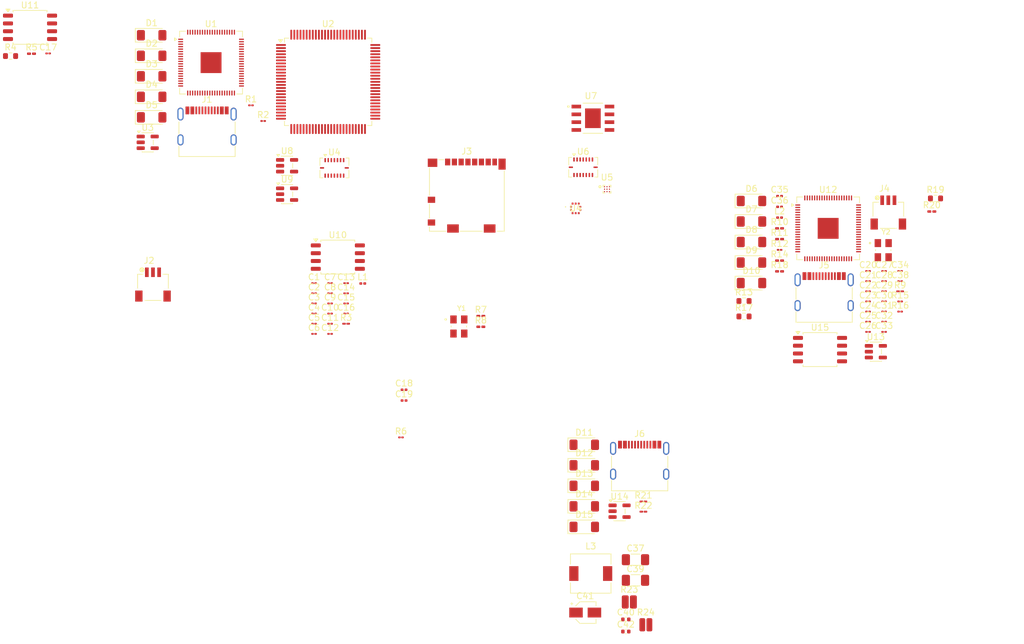
<source format=kicad_pcb>
(kicad_pcb (version 20241229) (generator "pcbnew") (generator_version "9.0")
  (layers (0 "F.Cu" signal) (2 "B.Cu" signal) (13 "F.Paste" user) (15 "B.Paste" user) (5 "F.SilkS" user "F.Silkscreen") (7 "B.SilkS" user "B.Silkscreen") (1 "F.Mask" user) (3 "B.Mask" user) (25 "Edge.Cuts" user))
  (net 0 "")
  (net 1 "Nav-D-")
  (net 2 "Net-(D1-A)")
  (net 3 "Net-(D2-A)")
  (net 4 "Nav-D+")
  (net 5 "Nav-5V")
  (net 6 "Net-(D3-A)")
  (net 7 "Net-(D4-K)")
  (net 8 "+5V")
  (net 9 "GND")
  (net 11 "Net-(J1-CC1)")
  (net 12 "Net-(J1-CC2)")
  (net 19 "Nav-QSPI_SS")
  (net 24 "Net-(U1-USB_DM)")
  (net 28 "Net-(U1-USB_DP)")
  (net 30 "Net-(R4-Pad2)")
  (net 35 "Nav-GPIO0")
  (net 37 "Nav-QSPI_SD0")
  (net 41 "Nav-Xin")
  (net 49 "Nav-QSPI_SD2")
  (net 52 "Tel-3.3V")
  (net 58 "Nav-Xout")
  (net 62 "Nav-QSPI_SCLK")
  (net 65 "Nav-QSPI_SD1")
  (net 82 "Net-(U2-VSS-Pad10)")
  (net 170 "Nav-3.3V")
  (net 178 "Net-(U4-GNDA-Pad2)")
  (net 187 "Net-(U7-BS)")
  (net 189 "Net-(U7-LX)")
  (net 190 "Net-(U7-VCC)")
  (net 191 "VCC")
  (net 192 "Net-(U7-SS)")
  (net 194 "Net-(D11-K)")
  (net 195 "MPU-5V")
  (net 196 "Net-(D13-A)")
  (net 234 "Net-(U6-GNDA-Pad2)")
  (net 242 "Net-(D14-A)")
  (net 243 "MPU-D-")
  (net 244 "MPU-D+")
  (net 245 "Net-(D15-A)")
  (net 246 "Net-(J6-CC1)")
  (net 249 "Net-(J6-CC2)")
  (net 250 "Net-(U1-VREG_AVDD)")
  (net 251 "Nav-1.1V")
  (net 252 "Net-(U1-VREG_LX)")
  (net 253 "Nav-QSPI_SD3")
  (net 254 "Net-(C19-Pad1)")
  (net 255 "Nav-SWCLK")
  (net 256 "Nav-SWD")
  (net 257 "Tel-1.1V")
  (net 258 "Net-(U12-VREG_AVDD)")
  (net 259 "Tel-Xin")
  (net 260 "Net-(C36-Pad1)")
  (net 261 "Net-(D6-K)")
  (net 262 "Tel-5V")
  (net 263 "Net-(D8-A)")
  (net 264 "Net-(D9-A)")
  (net 265 "Tel-D-")
  (net 266 "Net-(D10-A)")
  (net 267 "Tel-D+")
  (net 268 "Tel-SWD")
  (net 269 "Tel-SWCLK")
  (net 271 "Net-(J5-CC2)")
  (net 273 "Net-(J5-CC1)")
  (net 274 "Net-(U12-VREG_LX)")
  (net 275 "Net-(U12-USB_DM)")
  (net 276 "Net-(U12-USB_DP)")
  (net 277 "Tel-Xout")
  (net 278 "Net-(R13-Pad2)")
  (net 279 "Tel-QSPI_SS")
  (net 280 "Net-(R17-Pad2)")
  (net 281 "Tel-RUN")
  (net 282 "Nav-RUN")
  (net 283 "Net-(R19-Pad2)")
  (net 294 "Tel-QSPI_SD2")
  (net 301 "Tel-QSPI_SCLK")
  (net 308 "Tel-QSPI_SD0")
  (net 312 "Tel-QSPI_SD3")
  (net 318 "Tel-QSPI_SD1")
  (net 339 "Net-(U7-FB)")
  (net 340 "+3.3V")
  (net 341 "+1V8")
  (net 343 "MPU-3.3V")
  (footprint "Connector_USB:USB_C_Receptacle_G-Switch_GT-USB-7010ASV" (layer "F.Cu") (at 58.5 59)
    (property "Reference" "J1" (at 0 -5.5 0) (layer "F.SilkS"))
    (property "Value" "USB_C_Receptacle_USB2.0_16P")
    (pad "" np_thru_hole circle (at -2.89 -2.605) (size 0.65 0.65) (drill 0.65) (layers "*.Cu" "*.Mask"))
    (pad "" np_thru_hole circle (at 2.89 -2.605) (size 0.65 0.65) (drill 0.65) (layers "*.Cu" "*.Mask"))
    (pad "A1" smd rect (at -3.2 -3.725) (size 0.6 1.24) (layers "F.Cu" "F.Mask" "F.Paste") (net 9 "GND"))
    (pad "A4" smd rect (at -2.4 -3.725) (size 0.6 1.24) (layers "F.Cu" "F.Mask" "F.Paste") (net 6 "Net-(D3-A)"))
    (pad "A5" smd rect (at -1.25 -3.725) (size 0.3 1.24) (layers "F.Cu" "F.Mask" "F.Paste") (net 11 "Net-(J1-CC1)"))
    (pad "A6" smd rect (at -0.25 -3.725) (size 0.3 1.24) (layers "F.Cu" "F.Mask" "F.Paste") (net 3 "Net-(D2-A)"))
    (pad "A7" smd rect (at 0.25 -3.725) (size 0.3 1.24) (layers "F.Cu" "F.Mask" "F.Paste") (net 2 "Net-(D1-A)"))
    (pad "A8" smd rect (at 1.25 -3.725) (size 0.3 1.24) (layers "F.Cu" "F.Mask" "F.Paste"))
    (pad "A9" smd rect (at 2.4 -3.725) (size 0.6 1.24) (layers "F.Cu" "F.Mask" "F.Paste") (net 6 "Net-(D3-A)"))
    (pad "A12" smd rect (at 3.2 -3.725) (size 0.6 1.24) (layers "F.Cu" "F.Mask" "F.Paste") (net 9 "GND"))
    (pad "B1" smd rect (at 3.2 -3.725) (size 0.6 1.24) (layers "F.Cu" "F.Mask" "F.Paste") (net 9 "GND"))
    (pad "B4" smd rect (at 2.4 -3.725) (size 0.6 1.24) (layers "F.Cu" "F.Mask" "F.Paste") (net 6 "Net-(D3-A)"))
    (pad "B5" smd rect (at 1.75 -3.725) (size 0.3 1.24) (layers "F.Cu" "F.Mask" "F.Paste") (net 12 "Net-(J1-CC2)"))
    (pad "B6" smd rect (at 0.75 -3.725) (size 0.3 1.24) (layers "F.Cu" "F.Mask" "F.Paste") (net 3 "Net-(D2-A)"))
    (pad "B7" smd rect (at -0.75 -3.725) (size 0.3 1.24) (layers "F.Cu" "F.Mask" "F.Paste") (net 2 "Net-(D1-A)"))
    (pad "B8" smd rect (at -1.75 -3.725) (size 0.3 1.24) (layers "F.Cu" "F.Mask" "F.Paste"))
    (pad "B9" smd rect (at -2.4 -3.725) (size 0.6 1.24) (layers "F.Cu" "F.Mask" "F.Paste") (net 6 "Net-(D3-A)"))
    (pad "B12" smd rect (at -3.2 -3.725) (size 0.6 1.24) (layers "F.Cu" "F.Mask" "F.Paste") (net 9 "GND"))
    (pad "S1" thru_hole oval (at -4.32 -3.125) (size 1 2.1) (drill oval 0.6 1.7) (property pad_prop_heatsink) (layers "*.Cu" "*.Mask") (net 9 "GND"))
    (pad "S1" thru_hole oval (at -4.32 1.075) (size 1 1.8) (drill oval 0.6 1.4) (property pad_prop_heatsink) (layers "*.Cu" "*.Mask") (net 9 "GND"))
    (pad "S1" thru_hole oval (at 4.32 -3.125) (size 1 2.1) (drill oval 0.6 1.7) (property pad_prop_heatsink) (layers "*.Cu" "*.Mask") (net 9 "GND"))
    (pad "S1" thru_hole oval (at 4.32 1.075) (size 1 1.8) (drill oval 0.6 1.4) (property pad_prop_heatsink) (layers "*.Cu" "*.Mask") (net 9 "GND"))
  )
  (footprint "Capacitor_SMD:CP_Elec_3x5.3" (layer "F.Cu") (at 120.055 137.01)
    (property "Reference" "C41" (at 0 -2.7 0) (layer "F.SilkS"))
    (property "Value" "C_Polarized_Small")
    (pad "1" smd rect (at -1.5 0) (size 2.2 1.6) (layers "F.Cu" "F.Mask" "F.Paste") (net 8 "+5V"))
    (pad "2" smd rect (at 1.5 0) (size 2.2 1.6) (layers "F.Cu" "F.Mask" "F.Paste") (net 9 "GND"))
  )
  (footprint "Capacitor_SMD:C_01005_0402Metric" (layer "F.Cu") (at 166.0925 84.725)
    (property "Reference" "C22" (at 0 -1 0) (layer "F.SilkS"))
    (property "Value" "4.7uF")
    (pad "1" smd roundrect (at -0.25 0) (size 0.4 0.3) (layers "F.Cu" "F.Mask") (net 258 "Net-(U12-VREG_AVDD)"))
    (pad "2" smd roundrect (at 0.25 0) (size 0.4 0.3) (layers "F.Cu" "F.Mask") (net 9 "GND"))
  )
  (footprint "Resistor_SMD:R_0201_0603Metric_Pad0.64x0.40mm_HandSolder" (layer "F.Cu") (at 103.0675 88.75)
    (property "Reference" "R7" (at 0 -1.05 0) (layer "F.SilkS"))
    (property "Value" "27")
    (pad "1" smd roundrect (at -0.4075 0) (size 0.635 0.4) (layers "F.Cu" "F.Mask") (net 1 "Nav-D-"))
    (pad "2" smd roundrect (at 0.4075 0) (size 0.635 0.4) (layers "F.Cu" "F.Mask") (net 24 "Net-(U1-USB_DM)"))
  )
  (footprint "Capacitor_SMD:C_01005_0402Metric" (layer "F.Cu") (at 168.7025 89.675)
    (property "Reference" "C32" (at 0 -1 0) (layer "F.SilkS"))
    (property "Value" "100nF")
    (pad "1" smd roundrect (at -0.25 0) (size 0.4 0.3) (layers "F.Cu" "F.Mask") (net 257 "Tel-1.1V"))
    (pad "2" smd roundrect (at 0.25 0) (size 0.4 0.3) (layers "F.Cu" "F.Mask") (net 9 "GND"))
  )
  (footprint "Resistor_SMD:R_0201_0603Metric_Pad0.64x0.40mm_HandSolder" (layer "F.Cu") (at 151.6925 74.475)
    (property "Reference" "R10" (at 0 -1.05 0) (layer "F.SilkS"))
    (property "Value" "27")
    (pad "1" smd roundrect (at -0.4075 0) (size 0.635 0.4) (layers "F.Cu" "F.Mask") (net 265 "Tel-D-"))
    (pad "2" smd roundrect (at 0.4075 0) (size 0.635 0.4) (layers "F.Cu" "F.Mask") (net 275 "Net-(U12-USB_DM)"))
  )
  (footprint "Capacitor_SMD:C_01005_0402Metric" (layer "F.Cu") (at 166.0925 88.025)
    (property "Reference" "C24" (at 0 -1 0) (layer "F.SilkS"))
    (property "Value" "100nF")
    (pad "1" smd roundrect (at -0.25 0) (size 0.4 0.3) (layers "F.Cu" "F.Mask") (net 52 "Tel-3.3V"))
    (pad "2" smd roundrect (at 0.25 0) (size 0.4 0.3) (layers "F.Cu" "F.Mask") (net 9 "GND"))
  )
  (footprint "Capacitor_SMD:C_01005_0402Metric" (layer "F.Cu") (at 78.5275 86.7)
    (property "Reference" "C9" (at 0 -1 0) (layer "F.SilkS"))
    (property "Value" "100nF")
    (pad "1" smd roundrect (at -0.25 0) (size 0.4 0.3) (layers "F.Cu" "F.Mask") (net 170 "Nav-3.3V"))
    (pad "2" smd roundrect (at 0.25 0) (size 0.4 0.3) (layers "F.Cu" "F.Mask") (net 9 "GND"))
  )
  (footprint "Capacitor_SMD:C_01005_0402Metric" (layer "F.Cu") (at 75.9175 83.4)
    (property "Reference" "C1" (at 0 -1 0) (layer "F.SilkS"))
    (property "Value" "100nF")
    (pad "1" smd roundrect (at -0.25 0) (size 0.4 0.3) (layers "F.Cu" "F.Mask") (net 170 "Nav-3.3V"))
    (pad "2" smd roundrect (at 0.25 0) (size 0.4 0.3) (layers "F.Cu" "F.Mask") (net 9 "GND"))
  )
  (footprint "Capacitor_SMD:C_0201_0603Metric" (layer "F.Cu") (at 90.5675 100.75)
    (property "Reference" "C18" (at 0 -1.05 0) (layer "F.SilkS"))
    (property "Value" "15p")
    (pad "1" smd roundrect (at -0.32 0) (size 0.46 0.4) (layers "F.Cu" "F.Mask") (net 41 "Nav-Xin"))
    (pad "2" smd roundrect (at 0.32 0) (size 0.46 0.4) (layers "F.Cu" "F.Mask") (net 9 "GND"))
  )
  (footprint "Inductor_SMD:L_6.3x6.3_H3" (layer "F.Cu") (at 120.955 130.66)
    (property "Reference" "L3" (at 0 -4.45 0) (layer "F.SilkS"))
    (property "Value" "3.3uH-XAL7030-332ME")
    (pad "1" smd rect (at -2.75 0) (size 1.5 2.4) (layers "F.Cu" "F.Mask" "F.Paste") (net 8 "+5V"))
    (pad "2" smd rect (at 2.75 0) (size 1.5 2.4) (layers "F.Cu" "F.Mask" "F.Paste") (net 189 "Net-(U7-LX)"))
  )
  (footprint "Resistor_SMD:R_0201_0603Metric_Pad0.64x0.40mm_HandSolder" (layer "F.Cu") (at 151.6925 76.225)
    (property "Reference" "R11" (at 0 -1.05 0) (layer "F.SilkS"))
    (property "Value" "27")
    (pad "1" smd roundrect (at -0.4075 0) (size 0.635 0.4) (layers "F.Cu" "F.Mask") (net 267 "Tel-D+"))
    (pad "2" smd roundrect (at 0.4075 0) (size 0.635 0.4) (layers "F.Cu" "F.Mask") (net 276 "Net-(U12-USB_DP)"))
  )
  (footprint "Capacitor_SMD:C_01005_0402Metric" (layer "F.Cu") (at 168.7025 83.075)
    (property "Reference" "C28" (at 0 -1 0) (layer "F.SilkS"))
    (property "Value" "100nF")
    (pad "1" smd roundrect (at -0.25 0) (size 0.4 0.3) (layers "F.Cu" "F.Mask") (net 52 "Tel-3.3V"))
    (pad "2" smd roundrect (at 0.25 0) (size 0.4 0.3) (layers "F.Cu" "F.Mask") (net 9 "GND"))
  )
  (footprint "Diode_SMD:D_MiniMELF" (layer "F.Cu") (at 147.1175 73.36)
    (property "Reference" "D7" (at 0 -2 0) (layer "F.SilkS"))
    (property "Value" "BZV55B5V1")
    (pad "1" smd roundrect (at -1.75 0) (size 1.3 1.7) (layers "F.Cu" "F.Mask" "F.Paste") (roundrect_rratio 0.1923076923) (net 261 "Net-(D6-K)"))
    (pad "2" smd roundrect (at 1.75 0) (size 1.3 1.7) (layers "F.Cu" "F.Mask" "F.Paste") (roundrect_rratio 0.1923076923) (net 262 "Tel-5V"))
  )
  (footprint "BMM350:BGA9C40P3X3_128X128X50" (layer "F.Cu") (at 123.6 68.1)
    (property "Reference" "U5" (at 0 -1.92 0) (layer "F.SilkS"))
    (property "Value" "BMM350")
    (pad "A1" smd circle (at -0.4 -0.4) (size 0.2 0.2) (layers "F.Cu" "F.Mask" "F.Paste"))
    (pad "A2" smd circle (at 0 -0.4) (size 0.2 0.2) (layers "F.Cu" "F.Mask" "F.Paste"))
    (pad "A3" smd circle (at 0.4 -0.4) (size 0.2 0.2) (layers "F.Cu" "F.Mask" "F.Paste"))
    (pad "B1" smd circle (at -0.4 0) (size 0.2 0.2) (layers "F.Cu" "F.Mask" "F.Paste"))
    (pad "B2" smd circle (at 0 0) (size 0.2 0.2) (layers "F.Cu" "F.Mask" "F.Paste"))
    (pad "B3" smd circle (at 0.4 0) (size 0.2 0.2) (layers "F.Cu" "F.Mask" "F.Paste"))
    (pad "C1" smd circle (at -0.4 0.4) (size 0.2 0.2) (layers "F.Cu" "F.Mask" "F.Paste"))
    (pad "C2" smd circle (at 0 0.4) (size 0.2 0.2) (layers "F.Cu" "F.Mask" "F.Paste"))
    (pad "C3" smd circle (at 0.4 0.4) (size 0.2 0.2) (layers "F.Cu" "F.Mask" "F.Paste"))
  )
  (footprint "Capacitor_SMD:C_0201_0603Metric" (layer "F.Cu") (at 151.6925 70.975)
    (property "Reference" "C36" (at 0 -1.05 0) (layer "F.SilkS"))
    (property "Value" "15p")
    (pad "1" smd roundrect (at -0.32 0) (size 0.46 0.4) (layers "F.Cu" "F.Mask") (net 260 "Net-(C36-Pad1)"))
    (pad "2" smd roundrect (at 0.32 0) (size 0.46 0.4) (layers "F.Cu" "F.Mask") (net 9 "GND"))
  )
  (footprint "Diode_SMD:D_MiniMELF" (layer "F.Cu") (at 119.9 116.385)
    (property "Reference" "D13" (at 0 -2 0) (layer "F.SilkS"))
    (property "Value" "BZV55B5V1")
    (pad "1" smd roundrect (at -1.75 0) (size 1.3 1.7) (layers "F.Cu" "F.Mask" "F.Paste") (roundrect_rratio 0.1923076923) (net 195 "MPU-5V"))
    (pad "2" smd roundrect (at 1.75 0) (size 1.3 1.7) (layers "F.Cu" "F.Mask" "F.Paste") (roundrect_rratio 0.1923076923) (net 196 "Net-(D13-A)"))
  )
  (footprint "ABM8-272-T3:XTAL_ABM8-272-T3" (layer "F.Cu") (at 168.5625 78.025)
    (property "Reference" "Y2" (at 0.45 -2.95 0) (layer "F.SilkS") (effects (font (size 0.787402 0.787402))))
    (property "Value" "ABM8-272-T3")
    (pad "1" smd rect (at -0.875 -1.15) (size 1.05 1.3) (layers "F.Cu" "F.Mask" "F.Paste") (net 259 "Tel-Xin"))
    (pad "2" smd rect (at -0.875 1.15) (size 1.05 1.3) (layers "F.Cu" "F.Mask" "F.Paste") (net 9 "GND"))
    (pad "3" smd rect (at 0.875 1.15) (size 1.05 1.3) (layers "F.Cu" "F.Mask" "F.Paste") (net 260 "Net-(C36-Pad1)"))
    (pad "4" smd rect (at 0.875 -1.15) (size 1.05 1.3) (layers "F.Cu" "F.Mask" "F.Paste") (net 9 "GND"))
  )
  (footprint "Package_TO_SOT_SMD:SOT-23-5" (layer "F.Cu") (at 125.645 120.515)
    (property "Reference" "U14" (at 0 -2.4 0) (layer "F.SilkS"))
    (property "Value" "AP2112K-3.3")
    (pad "1" smd roundrect (at -1.1375 -0.95) (size 1.325 0.6) (layers "F.Cu" "F.Mask" "F.Paste") (net 194 "Net-(D11-K)"))
    (pad "2" smd roundrect (at -1.1375 0) (size 1.325 0.6) (layers "F.Cu" "F.Mask" "F.Paste") (net 9 "GND"))
    (pad "3" smd roundrect (at -1.1375 0.95) (size 1.325 0.6) (layers "F.Cu" "F.Mask" "F.Paste") (net 9 "GND"))
    (pad "4" smd roundrect (at 1.1375 0.95) (size 1.325 0.6) (layers "F.Cu" "F.Mask" "F.Paste"))
    (pad "5" smd roundrect (at 1.1375 -0.95) (size 1.325 0.6) (layers "F.Cu" "F.Mask" "F.Paste") (net 343 "MPU-3.3V"))
  )
  (footprint "Diode_SMD:D_MiniMELF" (layer "F.Cu") (at 49.485 43.045)
    (property "Reference" "D1" (at 0 -2 0) (layer "F.SilkS"))
    (property "Value" "BZV55B5V1")
    (pad "1" smd roundrect (at -1.75 0) (size 1.3 1.7) (layers "F.Cu" "F.Mask" "F.Paste") (roundrect_rratio 0.1923076923) (net 1 "Nav-D-"))
    (pad "2" smd roundrect (at 1.75 0) (size 1.3 1.7) (layers "F.Cu" "F.Mask" "F.Paste") (roundrect_rratio 0.1923076923) (net 2 "Net-(D1-A)"))
  )
  (footprint "Capacitor_SMD:C_01005_0402Metric" (layer "F.Cu") (at 32.6375 46)
    (property "Reference" "C17" (at 0 -1 0) (layer "F.SilkS"))
    (property "Value" "100nF")
    (pad "1" smd roundrect (at -0.25 0) (size 0.4 0.3) (layers "F.Cu" "F.Mask") (net 170 "Nav-3.3V"))
    (pad "2" smd roundrect (at 0.25 0) (size 0.4 0.3) (layers "F.Cu" "F.Mask") (net 9 "GND"))
  )
  (footprint "Diode_SMD:D_MiniMELF" (layer "F.Cu") (at 119.9 113.045)
    (property "Reference" "D12" (at 0 -2 0) (layer "F.SilkS"))
    (property "Value" "BZV55B5V1")
    (pad "1" smd roundrect (at -1.75 0) (size 1.3 1.7) (layers "F.Cu" "F.Mask" "F.Paste") (roundrect_rratio 0.1923076923) (net 194 "Net-(D11-K)"))
    (pad "2" smd roundrect (at 1.75 0) (size 1.3 1.7) (layers "F.Cu" "F.Mask" "F.Paste") (roundrect_rratio 0.1923076923) (net 195 "MPU-5V"))
  )
  (footprint "Capacitor_SMD:C_01005_0402Metric" (layer "F.Cu") (at 78.5275 91.65)
    (property "Reference" "C12" (at 0 -1 0) (layer "F.SilkS"))
    (property "Value" "4.7uF")
    (pad "1" smd roundrect (at -0.25 0) (size 0.4 0.3) (layers "F.Cu" "F.Mask") (net 170 "Nav-3.3V"))
    (pad "2" smd roundrect (at 0.25 0) (size 0.4 0.3) (layers "F.Cu" "F.Mask") (net 9 "GND"))
  )
  (footprint "Package_SO:SOIC-8_5.3x5.3mm_P1.27mm" (layer "F.Cu") (at 158.2725 94.21)
    (property "Reference" "U15" (at 0 -3.6 0) (layer "F.SilkS"))
    (property "Value" "W25Q128JVS")
    (pad "1" smd roundrect (at -3.5875 -1.905) (size 1.625 0.65) (layers "F.Cu" "F.Mask" "F.Paste") (net 279 "Tel-QSPI_SS"))
    (pad "2" smd roundrect (at -3.5875 -0.635) (size 1.625 0.65) (layers "F.Cu" "F.Mask" "F.Paste") (net 318 "Tel-QSPI_SD1"))
    (pad "3" smd roundrect (at -3.5875 0.635) (size 1.625 0.65) (layers "F.Cu" "F.Mask" "F.Paste") (net 294 "Tel-QSPI_SD2"))
    (pad "4" smd roundrect (at -3.5875 1.905) (size 1.625 0.65) (layers "F.Cu" "F.Mask" "F.Paste") (net 9 "GND"))
    (pad "5" smd roundrect (at 3.5875 1.905) (size 1.625 0.65) (layers "F.Cu" "F.Mask" "F.Paste") (net 308 "Tel-QSPI_SD0"))
    (pad "6" smd roundrect (at 3.5875 0.635) (size 1.625 0.65) (layers "F.Cu" "F.Mask" "F.Paste") (net 301 "Tel-QSPI_SCLK"))
    (pad "7" smd roundrect (at 3.5875 -0.635) (size 1.625 0.65) (layers "F.Cu" "F.Mask" "F.Paste") (net 312 "Tel-QSPI_SD3"))
    (pad "8" smd roundrect (at 3.5875 -1.905) (size 1.625 0.65) (layers "F.Cu" "F.Mask" "F.Paste") (net 52 "Tel-3.3V"))
  )
  (footprint "Resistor_SMD:R_01005_0402Metric" (layer "F.Cu") (at 67.6375 57)
    (property "Reference" "R2" (at 0 -1 0) (layer "F.SilkS"))
    (property "Value" "R")
    (pad "1" smd roundrect (at -0.25 0) (size 0.4 0.3) (layers "F.Cu" "F.Mask") (net 12 "Net-(J1-CC2)"))
    (pad "2" smd roundrect (at 0.25 0) (size 0.4 0.3) (layers "F.Cu" "F.Mask") (net 9 "GND"))
  )
  (footprint "Resistor_SMD:R_01005_0402Metric" (layer "F.Cu") (at 171.3125 88.025)
    (property "Reference" "R16" (at 0 -1 0) (layer "F.SilkS"))
    (property "Value" "R")
    (pad "1" smd roundrect (at -0.25 0) (size 0.4 0.3) (layers "F.Cu" "F.Mask") (net 271 "Net-(J5-CC2)"))
    (pad "2" smd roundrect (at 0.25 0) (size 0.4 0.3) (layers "F.Cu" "F.Mask") (net 9 "GND"))
  )
  (footprint "Connector_USB:USB_C_Receptacle_G-Switch_GT-USB-7010ASV" (layer "F.Cu") (at 158.9425 85.975)
    (property "Reference" "J5" (at 0 -5.5 0) (layer "F.SilkS"))
    (property "Value" "USB_C_Receptacle_USB2.0_16P")
    (pad "" np_thru_hole circle (at -2.89 -2.605) (size 0.65 0.65) (drill 0.65) (layers "*.Cu" "*.Mask"))
    (pad "" np_thru_hole circle (at 2.89 -2.605) (size 0.65 0.65) (drill 0.65) (layers "*.Cu" "*.Mask"))
    (pad "A1" smd rect (at -3.2 -3.725) (size 0.6 1.24) (layers "F.Cu" "F.Mask" "F.Paste") (net 9 "GND"))
    (pad "A4" smd rect (at -2.4 -3.725) (size 0.6 1.24) (layers "F.Cu" "F.Mask" "F.Paste") (net 263 "Net-(D8-A)"))
    (pad "A5" smd rect (at -1.25 -3.725) (size 0.3 1.24) (layers "F.Cu" "F.Mask" "F.Paste") (net 273 "Net-(J5-CC1)"))
    (pad "A6" smd rect (at -0.25 -3.725) (size 0.3 1.24) (layers "F.Cu" "F.Mask" "F.Paste") (net 266 "Net-(D10-A)"))
    (pad "A7" smd rect (at 0.25 -3.725) (size 0.3 1.24) (layers "F.Cu" "F.Mask" "F.Paste") (net 264 "Net-(D9-A)"))
    (pad "A8" smd rect (at 1.25 -3.725) (size 0.3 1.24) (layers "F.Cu" "F.Mask" "F.Paste"))
    (pad "A9" smd rect (at 2.4 -3.725) (size 0.6 1.24) (layers "F.Cu" "F.Mask" "F.Paste") (net 263 "Net-(D8-A)"))
    (pad "A12" smd rect (at 3.2 -3.725) (size 0.6 1.24) (layers "F.Cu" "F.Mask" "F.Paste") (net 9 "GND"))
    (pad "B1" smd rect (at 3.2 -3.725) (size 0.6 1.24) (layers "F.Cu" "F.Mask" "F.Paste") (net 9 "GND"))
    (pad "B4" smd rect (at 2.4 -3.725) (size 0.6 1.24) (layers "F.Cu" "F.Mask" "F.Paste") (net 263 "Net-(D8-A)"))
    (pad "B5" smd rect (at 1.75 -3.725) (size 0.3 1.24) (layers "F.Cu" "F.Mask" "F.Paste") (net 271 "Net-(J5-CC2)"))
    (pad "B6" smd rect (at 0.75 -3.725) (size 0.3 1.24) (layers "F.Cu" "F.Mask" "F.Paste") (net 266 "Net-(D10-A)"))
    (pad "B7" smd rect (at -0.75 -3.725) (size 0.3 1.24) (layers "F.Cu" "F.Mask" "F.Paste") (net 264 "Net-(D9-A)"))
    (pad "B8" smd rect (at -1.75 -3.725) (size 0.3 1.24) (layers "F.Cu" "F.Mask" "F.Paste"))
    (pad "B9" smd rect (at -2.4 -3.725) (size 0.6 1.24) (layers "F.Cu" "F.Mask" "F.Paste") (net 263 "Net-(D8-A)"))
    (pad "B12" smd rect (at -3.2 -3.725) (size 0.6 1.24) (layers "F.Cu" "F.Mask" "F.Paste") (net 9 "GND"))
    (pad "S1" thru_hole oval (at -4.32 -3.125) (size 1 2.1) (drill oval 0.6 1.7) (property pad_prop_heatsink) (layers "*.Cu" "*.Mask") (net 9 "GND"))
    (pad "S1" thru_hole oval (at -4.32 1.075) (size 1 1.8) (drill oval 0.6 1.4) (property pad_prop_heatsink) (layers "*.Cu" "*.Mask") (net 9 "GND"))
    (pad "S1" thru_hole oval (at 4.32 -3.125) (size 1 2.1) (drill oval 0.6 1.7) (property pad_prop_heatsink) (layers "*.Cu" "*.Mask") (net 9 "GND"))
    (pad "S1" thru_hole oval (at 4.32 1.075) (size 1 1.8) (drill oval 0.6 1.4) (property pad_prop_heatsink) (layers "*.Cu" "*.Mask") (net 9 "GND"))
  )
  (footprint "Capacitor_SMD:C_01005_0402Metric" (layer "F.Cu") (at 78.5275 88.35)
    (property "Reference" "C10" (at 0 -1 0) (layer "F.SilkS"))
    (property "Value" "4.7uF")
    (pad "1" smd roundrect (at -0.25 0) (size 0.4 0.3) (layers "F.Cu" "F.Mask") (net 250 "Net-(U1-VREG_AVDD)"))
    (pad "2" smd roundrect (at 0.25 0) (size 0.4 0.3) (layers "F.Cu" "F.Mask") (net 9 "GND"))
  )
  (footprint "Capacitor_SMD:C_01005_0402Metric" (layer "F.Cu") (at 168.7025 81.425)
    (property "Reference" "C27" (at 0 -1 0) (layer "F.SilkS"))
    (property "Value" "100nF")
    (pad "1" smd roundrect (at -0.25 0) (size 0.4 0.3) (layers "F.Cu" "F.Mask") (net 52 "Tel-3.3V"))
    (pad "2" smd roundrect (at 0.25 0) (size 0.4 0.3) (layers "F.Cu" "F.Mask") (net 9 "GND"))
  )
  (footprint "Capacitor_SMD:C_01005_0402Metric" (layer "F.Cu") (at 166.0925 89.675)
    (property "Reference" "C25" (at 0 -1 0) (layer "F.SilkS"))
    (property "Value" "100nF")
    (pad "1" smd roundrect (at -0.25 0) (size 0.4 0.3) (layers "F.Cu" "F.Mask") (net 52 "Tel-3.3V"))
    (pad "2" smd roundrect (at 0.25 0) (size 0.4 0.3) (layers "F.Cu" "F.Mask") (net 9 "GND"))
  )
  (footprint "BMP581:BMP581" (layer "F.Cu") (at 118.5 71.225)
    (property "Reference" "U4" (at 0 0 0) (layer "F.SilkS"))
    (property "Value" "BMP581")
    (pad "1" smd rect (at -0.75 -0.25) (size 0.325 0.3) (layers "F.Cu" "F.Mask" "F.Paste"))
    (pad "2" smd rect (at -0.75 0.25) (size 0.325 0.3) (layers "F.Cu" "F.Mask" "F.Paste"))
    (pad "3" smd rect (at -0.5 0.775) (size 0.3 0.325) (layers "F.Cu" "F.Mask" "F.Paste"))
    (pad "4" smd rect (at 0 0.775) (size 0.3 0.325) (layers "F.Cu" "F.Mask" "F.Paste"))
    (pad "5" smd rect (at 0.5 0.775) (size 0.3 0.325) (layers "F.Cu" "F.Mask" "F.Paste"))
    (pad "6" smd rect (at 0.75 0.25) (size 0.325 0.3) (layers "F.Cu" "F.Mask" "F.Paste"))
    (pad "7" smd rect (at 0.75 -0.25) (size 0.325 0.3) (layers "F.Cu" "F.Mask" "F.Paste"))
    (pad "8" smd rect (at 0.5 -0.775) (size 0.3 0.325) (layers "F.Cu" "F.Mask" "F.Paste"))
    (pad "9" smd rect (at 0 -0.775) (size 0.3 0.325) (layers "F.Cu" "F.Mask" "F.Paste"))
    (pad "10" smd rect (at -0.5 -0.775) (size 0.3 0.325) (layers "F.Cu" "F.Mask" "F.Paste"))
  )
  (footprint "Capacitor_SMD:C_01005_0402Metric" (layer "F.Cu") (at 75.9175 86.7)
    (property "Reference" "C3" (at 0 -1 0) (layer "F.SilkS"))
    (property "Value" "100nF")
    (pad "1" smd roundrect (at -0.25 0) (size 0.4 0.3) (layers "F.Cu" "F.Mask") (net 170 "Nav-3.3V"))
    (pad "2" smd roundrect (at 0.25 0) (size 0.4 0.3) (layers "F.Cu" "F.Mask") (net 9 "GND"))
  )
  (footprint "Resistor_SMD:R_01005_0402Metric_Pad0.57x0.30mm_HandSolder" (layer "F.Cu") (at 129.525 118.94)
    (property "Reference" "R21" (at 0 -1 0) (layer "F.SilkS"))
    (property "Value" "R")
    (pad "1" smd roundrect (at -0.3375 0) (size 0.575 0.3) (layers "F.Cu" "F.Mask") (net 246 "Net-(J6-CC1)"))
    (pad "2" smd roundrect (at 0.3375 0) (size 0.575 0.3) (layers "F.Cu" "F.Mask") (net 9 "GND"))
  )
  (footprint "Connector_USB:USB_C_Receptacle_G-Switch_GT-USB-7010ASV" (layer "F.Cu") (at 128.915 113.41)
    (property "Reference" "J6" (at 0 -5.5 0) (layer "F.SilkS"))
    (property "Value" "USB_C_Receptacle_USB2.0_16P")
    (pad "" np_thru_hole circle (at -2.89 -2.605) (size 0.65 0.65) (drill 0.65) (layers "*.Cu" "*.Mask"))
    (pad "" np_thru_hole circle (at 2.89 -2.605) (size 0.65 0.65) (drill 0.65) (layers "*.Cu" "*.Mask"))
    (pad "A1" smd rect (at -3.2 -3.725) (size 0.6 1.24) (layers "F.Cu" "F.Mask" "F.Paste") (net 9 "GND"))
    (pad "A4" smd rect (at -2.4 -3.725) (size 0.6 1.24) (layers "F.Cu" "F.Mask" "F.Paste") (net 196 "Net-(D13-A)"))
    (pad "A5" smd rect (at -1.25 -3.725) (size 0.3 1.24) (layers "F.Cu" "F.Mask" "F.Paste") (net 246 "Net-(J6-CC1)"))
    (pad "A6" smd rect (at -0.25 -3.725) (size 0.3 1.24) (layers "F.Cu" "F.Mask" "F.Paste") (net 245 "Net-(D15-A)"))
    (pad "A7" smd rect (at 0.25 -3.725) (size 0.3 1.24) (layers "F.Cu" "F.Mask" "F.Paste") (net 242 "Net-(D14-A)"))
    (pad "A8" smd rect (at 1.25 -3.725) (size 0.3 1.24) (layers "F.Cu" "F.Mask" "F.Paste"))
    (pad "A9" smd rect (at 2.4 -3.725) (size 0.6 1.24) (layers "F.Cu" "F.Mask" "F.Paste") (net 196 "Net-(D13-A)"))
    (pad "A12" smd rect (at 3.2 -3.725) (size 0.6 1.24) (layers "F.Cu" "F.Mask" "F.Paste") (net 9 "GND"))
    (pad "B1" smd rect (at 3.2 -3.725) (size 0.6 1.24) (layers "F.Cu" "F.Mask" "F.Paste") (net 9 "GND"))
    (pad "B4" smd rect (at 2.4 -3.725) (size 0.6 1.24) (layers "F.Cu" "F.Mask" "F.Paste") (net 196 "Net-(D13-A)"))
    (pad "B5" smd rect (at 1.75 -3.725) (size 0.3 1.24) (layers "F.Cu" "F.Mask" "F.Paste") (net 249 "Net-(J6-CC2)"))
    (pad "B6" smd rect (at 0.75 -3.725) (size 0.3 1.24) (layers "F.Cu" "F.Mask" "F.Paste") (net 245 "Net-(D15-A)"))
    (pad "B7" smd rect (at -0.75 -3.725) (size 0.3 1.24) (layers "F.Cu" "F.Mask" "F.Paste") (net 242 "Net-(D14-A)"))
    (pad "B8" smd rect (at -1.75 -3.725) (size 0.3 1.24) (layers "F.Cu" "F.Mask" "F.Paste"))
    (pad "B9" smd rect (at -2.4 -3.725) (size 0.6 1.24) (layers "F.Cu" "F.Mask" "F.Paste") (net 196 "Net-(D13-A)"))
    (pad "B12" smd rect (at -3.2 -3.725) (size 0.6 1.24) (layers "F.Cu" "F.Mask" "F.Paste") (net 9 "GND"))
    (pad "S1" thru_hole oval (at -4.32 -3.125) (size 1 2.1) (drill oval 0.6 1.7) (property pad_prop_heatsink) (layers "*.Cu" "*.Mask") (net 9 "GND"))
    (pad "S1" thru_hole oval (at -4.32 1.075) (size 1 1.8) (drill oval 0.6 1.4) (property pad_prop_heatsink) (layers "*.Cu" "*.Mask") (net 9 "GND"))
    (pad "S1" thru_hole oval (at 4.32 -3.125) (size 1 2.1) (drill oval 0.6 1.7) (property pad_prop_heatsink) (layers "*.Cu" "*.Mask") (net 9 "GND"))
    (pad "S1" thru_hole oval (at 4.32 1.075) (size 1 1.8) (drill oval 0.6 1.4) (property pad_prop_heatsink) (layers "*.Cu" "*.Mask") (net 9 "GND"))
  )
  (footprint "Resistor_SMD:R_0201_0603Metric_Pad0.64x0.40mm_HandSolder" (layer "F.Cu") (at 103.0675 90.5)
    (property "Reference" "R8" (at 0 -1.05 0) (layer "F.SilkS"))
    (property "Value" "27")
    (pad "1" smd roundrect (at -0.4075 0) (size 0.635 0.4) (layers "F.Cu" "F.Mask") (net 4 "Nav-D+"))
    (pad "2" smd roundrect (at 0.4075 0) (size 0.635 0.4) (layers "F.Cu" "F.Mask") (net 28 "Net-(U1-USB_DP)"))
  )
  (footprint "Resistor_SMD:R_0201_0603Metric_Pad0.64x0.40mm_HandSolder" (layer "F.Cu") (at 29.9275 46.05)
    (property "Reference" "R5" (at 0 -1.05 0) (layer "F.SilkS"))
    (property "Value" "33")
    (pad "1" smd roundrect (at -0.4075 0) (size 0.635 0.4) (layers "F.Cu" "F.Mask") (net 30 "Net-(R4-Pad2)"))
    (pad "2" smd roundrect (at 0.4075 0) (size 0.635 0.4) (layers "F.Cu" "F.Mask") (net 9 "GND"))
  )
  (footprint "Capacitor_SMD:C_0201_0603Metric" (layer "F.Cu") (at 151.6925 69.225)
    (property "Reference" "C35" (at 0 -1.05 0) (layer "F.SilkS"))
    (property "Value" "15p")
    (pad "1" smd roundrect (at -0.32 0) (size 0.46 0.4) (layers "F.Cu" "F.Mask") (net 259 "Tel-Xin"))
    (pad "2" smd roundrect (at 0.32 0) (size 0.46 0.4) (layers "F.Cu" "F.Mask") (net 9 "GND"))
  )
  (footprint "Diode_SMD:D_MiniMELF" (layer "F.Cu") (at 49.485 49.725)
    (property "Reference" "D3" (at 0 -2 0) (layer "F.SilkS"))
    (property "Value" "BZV55B5V1")
    (pad "1" smd roundrect (at -1.75 0) (size 1.3 1.7) (layers "F.Cu" "F.Mask" "F.Paste") (roundrect_rratio 0.1923076923) (net 5 "Nav-5V"))
    (pad "2" smd roundrect (at 1.75 0) (size 1.3 1.7) (layers "F.Cu" "F.Mask" "F.Paste") (roundrect_rratio 0.1923076923) (net 6 "Net-(D3-A)"))
  )
  (footprint "ABM8-272-T3:XTAL_ABM8-272-T3" (layer "F.Cu") (at 99.4875 90.45)
    (property "Reference" "Y1" (at 0.45 -2.95 0) (layer "F.SilkS") (effects (font (size 0.787402 0.787402))))
    (property "Value" "ABM8-272-T3")
    (pad "1" smd rect (at -0.875 -1.15) (size 1.05 1.3) (layers "F.Cu" "F.Mask" "F.Paste") (net 41 "Nav-Xin"))
    (pad "2" smd rect (at -0.875 1.15) (size 1.05 1.3) (layers "F.Cu" "F.Mask" "F.Paste") (net 9 "GND"))
    (pad "3" smd rect (at 0.875 1.15) (size 1.05 1.3) (layers "F.Cu" "F.Mask" "F.Paste") (net 254 "Net-(C19-Pad1)"))
    (pad "4" smd rect (at 0.875 -1.15) (size 1.05 1.3) (layers "F.Cu" "F.Mask" "F.Paste") (net 9 "GND"))
  )
  (footprint "Capacitor_SMD:C_1206_3216Metric_Pad1.33x1.80mm_HandSolder" (layer "F.Cu") (at 128.235 128.41)
    (property "Reference" "C37" (at 0 -1.85 0) (layer "F.SilkS"))
    (property "Value" "100nf")
    (pad "1" smd roundrect (at -1.5625 0) (size 1.325 1.8) (layers "F.Cu" "F.Mask" "F.Paste") (roundrect_rratio 0.188679) (net 187 "Net-(U7-BS)"))
    (pad "2" smd roundrect (at 1.5625 0) (size 1.325 1.8) (layers "F.Cu" "F.Mask" "F.Paste") (roundrect_rratio 0.188679) (net 189 "Net-(U7-LX)"))
  )
  (footprint "Package_TO_SOT_SMD:SOT-23-5" (layer "F.Cu") (at 71.53 64.285)
    (property "Reference" "U8" (at 0 -2.4 0) (layer "F.SilkS"))
    (property "Value" "AP2112K-3.3")
    (pad "1" smd roundrect (at -1.1375 -0.95) (size 1.325 0.6) (layers "F.Cu" "F.Mask" "F.Paste") (net 8 "+5V"))
    (pad "2" smd roundrect (at -1.1375 0) (size 1.325 0.6) (layers "F.Cu" "F.Mask" "F.Paste") (net 9 "GND"))
    (pad "3" smd roundrect (at -1.1375 0.95) (size 1.325 0.6) (layers "F.Cu" "F.Mask" "F.Paste") (net 9 "GND"))
    (pad "4" smd roundrect (at 1.1375 0.95) (size 1.325 0.6) (layers "F.Cu" "F.Mask" "F.Paste"))
    (pad "5" smd roundrect (at 1.1375 -0.95) (size 1.325 0.6) (layers "F.Cu" "F.Mask" "F.Paste") (net 340 "+3.3V"))
  )
  (footprint "Capacitor_SMD:C_0201_0603Metric" (layer "F.Cu") (at 90.5675 102.5)
    (property "Reference" "C19" (at 0 -1.05 0) (layer "F.SilkS"))
    (property "Value" "15p")
    (pad "1" smd roundrect (at -0.32 0) (size 0.46 0.4) (layers "F.Cu" "F.Mask") (net 254 "Net-(C19-Pad1)"))
    (pad "2" smd roundrect (at 0.32 0) (size 0.46 0.4) (layers "F.Cu" "F.Mask") (net 9 "GND"))
  )
  (footprint "Capacitor_SMD:C_0402_1005Metric" (layer "F.Cu") (at 126.665 140.1)
    (property "Reference" "C42" (at 0 -1.16 0) (layer "F.SilkS"))
    (property "Value" "100nf")
    (pad "1" smd roundrect (at -0.48 0) (size 0.56 0.62) (layers "F.Cu" "F.Mask" "F.Paste") (net 9 "GND"))
    (pad "2" smd roundrect (at 0.48 0) (size 0.56 0.62) (layers "F.Cu" "F.Mask" "F.Paste") (net 192 "Net-(U7-SS)"))
  )
  (footprint "Resistor_SMD:R_0508_1220Metric" (layer "F.Cu") (at 129.925 139)
    (property "Reference" "R24" (at 0 -2.03 0) (layer "F.SilkS"))
    (property "Value" "15k")
    (pad "1" smd roundrect (at -0.575 0) (size 0.95 2.15) (layers "F.Cu" "F.Mask" "F.Paste") (net 9 "GND"))
    (pad "2" smd roundrect (at 0.575 0) (size 0.95 2.15) (layers "F.Cu" "F.Mask" "F.Paste") (net 339 "Net-(U7-FB)"))
  )
  (footprint "SY8205FCC:VREG_SY8205FCC" (layer "F.Cu") (at 121.306 56.555)
    (property "Reference" "U7" (at -0.325 -3.635 0) (layer "F.SilkS"))
    (property "Value" "SY8205FCC")
    (pad "1" smd rect (at -2.7 -1.905) (size 1.55 0.6) (layers "F.Cu" "F.Mask" "F.Paste") (net 187 "Net-(U7-BS)"))
    (pad "2" smd rect (at -2.7 -0.635) (size 1.55 0.6) (layers "F.Cu" "F.Mask" "F.Paste") (net 189 "Net-(U7-LX)"))
    (pad "3" smd rect (at -2.7 0.635) (size 1.55 0.6) (layers "F.Cu" "F.Mask" "F.Paste") (net 191 "VCC"))
    (pad "4" smd rect (at -2.7 1.905) (size 1.55 0.6) (layers "F.Cu" "F.Mask" "F.Paste") (net 192 "Net-(U7-SS)"))
    (pad "5" smd rect (at 2.7 1.905) (size 1.55 0.6) (layers "F.Cu" "F.Mask" "F.Paste") (net 339 "Net-(U7-FB)"))
    (pad "6" smd rect (at 2.7 0.635) (size 1.55 0.6) (layers "F.Cu" "F.Mask" "F.Paste") (net 190 "Net-(U7-VCC)"))
    (pad "7" smd rect (at 2.7 -0.635) (size 1.55 0.6) (layers "F.Cu" "F.Mask" "F.Paste") (net 191 "VCC"))
    (pad "8" smd rect (at 2.7 -1.905) (size 1.55 0.6) (layers "F.Cu" "F.Mask" "F.Paste") (net 191 "VCC"))
    (pad "9" smd rect (at 0 0) (size 2.55 3.2) (layers "F.Cu" "F.Mask") (net 9 "GND"))
  )
  (footprint "Package_LGA:Bosch_LGA-16_4.5x3mm_P0.5mm_LayoutBorder7x1y_ClockwisePinNumbering" (layer "F.Cu") (at 119.731 64.53)
    (property "Reference" "U6" (at 0 -2.55 0) (layer "F.SilkS"))
    (property "Value" "BMI088")
    (pad "1" smd roundrect (at -1.5 -1.2625) (size 0.25 0.675) (layers "F.Cu" "F.Mask" "F.Paste"))
    (pad "2" smd roundrect (at -1 -1.2625) (size 0.25 0.675) (layers "F.Cu" "F.Mask" "F.Paste") (net 234 "Net-(U6-GNDA-Pad2)"))
    (pad "3" smd roundrect (at -0.5 -1.2625) (size 0.25 0.675) (layers "F.Cu" "F.Mask" "F.Paste"))
    (pad "4" smd roundrect (at 0 -1.2625) (size 0.25 0.675) (layers "F.Cu" "F.Mask" "F.Paste") (net 234 "Net-(U6-GNDA-Pad2)"))
    (pad "5" smd roundrect (at 0.5 -1.2625) (size 0.25 0.675) (layers "F.Cu" "F.Mask" "F.Paste"))
    (pad "6" smd roundrect (at 1 -1.2625) (size 0.25 0.675) (layers "F.Cu" "F.Mask" "F.Paste"))
    (pad "7" smd roundrect (at 1.5 -1.2625) (size 0.25 0.675) (layers "F.Cu" "F.Mask" "F.Paste"))
    (pad "8" smd roundrect (at 2.0125 0) (size 0.675 0.25) (layers "F.Cu" "F.Mask" "F.Paste"))
    (pad "9" smd roundrect (at 1.5 1.2625) (size 0.25 0.675) (layers "F.Cu" "F.Mask" "F.Paste"))
    (pad "10" smd roundrect (at 1 1.2625) (size 0.25 0.675) (layers "F.Cu" "F.Mask" "F.Paste"))
    (pad "11" smd roundrect (at 0.5 1.2625) (size 0.25 0.675) (layers "F.Cu" "F.Mask" "F.Paste"))
    (pad "12" smd roundrect (at 0 1.2625) (size 0.25 0.675) (layers "F.Cu" "F.Mask" "F.Paste"))
    (pad "13" smd roundrect (at -0.5 1.2625) (size 0.25 0.675) (layers "F.Cu" "F.Mask" "F.Paste"))
    (pad "14" smd roundrect (at -1 1.2625) (size 0.25 0.675) (layers "F.Cu" "F.Mask" "F.Paste"))
    (pad "15" smd roundrect (at -1.5 1.2625) (size 0.25 0.675) (layers "F.Cu" "F.Mask" "F.Paste"))
    (pad "16" smd roundrect (at -2.0125 0) (size 0.675 0.25) (layers "F.Cu" "F.Mask" "F.Paste"))
  )
  (footprint "Capacitor_SMD:C_01005_0402Metric" (layer "F.Cu") (at 168.7025 91.325)
    (property "Reference" "C33" (at 0 -1 0) (layer "F.SilkS"))
    (property "Value" "4.7uF")
    (pad "1" smd roundrect (at -0.25 0) (size 0.4 0.3) (layers "F.Cu" "F.Mask") (net 257 "Tel-1.1V"))
    (pad "2" smd roundrect (at 0.25 0) (size 0.4 0.3) (layers "F.Cu" "F.Mask") (net 9 "GND"))
  )
  (footprint "Package_DFN_QFN:QFN-80-1EP_10x10mm_P0.4mm_EP3.4x3.4mm" (layer "F.Cu") (at 59.155 47.5)
    (property "Reference" "U1" (at 0 -6.3 0) (layer "F.SilkS"))
    (property "Value" "RP2350B")
    (pad "1" smd roundrect (at -4.95 -3.8) (size 0.8 0.2) (layers "F.Cu" "F.Mask" "F.Paste"))
    (pad "2" smd roundrect (at -4.95 -3.4) (size 0.8 0.2) (layers "F.Cu" "F.Mask" "F.Paste"))
    (pad "3" smd roundrect (at -4.95 -3) (size 0.8 0.2) (layers "F.Cu" "F.Mask" "F.Paste"))
    (pad "4" smd roundrect (at -4.95 -2.6) (size 0.8 0.2) (layers "F.Cu" "F.Mask" "F.Paste"))
    (pad "5" smd roundrect (at -4.95 -2.2) (size 0.8 0.2) (layers "F.Cu" "F.Mask" "F.Paste") (net 170 "Nav-3.3V"))
    (pad "6" smd roundrect (at -4.95 -1.8) (size 0.8 0.2) (layers "F.Cu" "F.Mask" "F.Paste"))
    (pad "7" smd roundrect (at -4.95 -1.4) (size 0.8 0.2) (layers "F.Cu" "F.Mask" "F.Paste"))
    (pad "8" smd roundrect (at -4.95 -1) (size 0.8 0.2) (layers "F.Cu" "F.Mask" "F.Paste"))
    (pad "9" smd roundrect (at -4.95 -0.6) (size 0.8 0.2) (layers "F.Cu" "F.Mask" "F.Paste"))
    (pad "10" smd roundrect (at -4.95 -0.2) (size 0.8 0.2) (layers "F.Cu" "F.Mask" "F.Paste") (net 251 "Nav-1.1V"))
    (pad "11" smd roundrect (at -4.95 0.2) (size 0.8 0.2) (layers "F.Cu" "F.Mask" "F.Paste"))
    (pad "12" smd roundrect (at -4.95 0.6) (size 0.8 0.2) (layers "F.Cu" "F.Mask" "F.Paste"))
    (pad "13" smd roundrect (at -4.95 1) (size 0.8 0.2) (layers "F.Cu" "F.Mask" "F.Paste"))
    (pad "14" smd roundrect (at -4.95 1.4) (size 0.8 0.2) (layers "F.Cu" "F.Mask" "F.Paste"))
    (pad "15" smd roundrect (at -4.95 1.8) (size 0.8 0.2) (layers "F.Cu" "F.Mask" "F.Paste") (net 170 "Nav-3.3V"))
    (pad "16" smd roundrect (at -4.95 2.2) (size 0.8 0.2) (layers "F.Cu" "F.Mask" "F.Paste"))
    (pad "17" smd roundrect (at -4.95 2.6) (size 0.8 0.2) (layers "F.Cu" "F.Mask" "F.Paste"))
    (pad "18" smd roundrect (at -4.95 3) (size 0.8 0.2) (layers "F.Cu" "F.Mask" "F.Paste"))
    (pad "19" smd roundrect (at -4.95 3.4) (size 0.8 0.2) (layers "F.Cu" "F.Mask" "F.Paste"))
    (pad "20" smd roundrect (at -4.95 3.8) (size 0.8 0.2) (layers "F.Cu" "F.Mask" "F.Paste"))
    (pad "21" smd roundrect (at -3.8 4.95) (size 0.2 0.8) (layers "F.Cu" "F.Mask" "F.Paste"))
    (pad "22" smd roundrect (at -3.4 4.95) (size 0.2 0.8) (layers "F.Cu" "F.Mask" "F.Paste"))
    (pad "23" smd roundrect (at -3 4.95) (size 0.2 0.8) (layers "F.Cu" "F.Mask" "F.Paste"))
    (pad "24" smd roundrect (at -2.6 4.95) (size 0.2 0.8) (layers "F.Cu" "F.Mask" "F.Paste") (net 170 "Nav-3.3V"))
    (pad "25" smd roundrect (at -2.2 4.95) (size 0.2 0.8) (layers "F.Cu" "F.Mask" "F.Paste"))
    (pad "26" smd roundrect (at -1.8 4.95) (size 0.2 0.8) (layers "F.Cu" "F.Mask" "F.Paste"))
    (pad "27" smd roundrect (at -1.4 4.95) (size 0.2 0.8) (layers "F.Cu" "F.Mask" "F.Paste"))
    (pad "28" smd roundrect (at -1 4.95) (size 0.2 0.8) (layers "F.Cu" "F.Mask" "F.Paste"))
    (pad "29" smd roundrect (at -0.6 4.95) (size 0.2 0.8) (layers "F.Cu" "F.Mask" "F.Paste") (net 170 "Nav-3.3V"))
    (pad "30" smd roundrect (at -0.2 4.95) (size 0.2 0.8) (layers "F.Cu" "F.Mask" "F.Paste") (net 41 "Nav-Xin"))
    (pad "31" smd roundrect (at 0.2 4.95) (size 0.2 0.8) (layers "F.Cu" "F.Mask" "F.Paste") (net 58 "Nav-Xout"))
    (pad "32" smd roundrect (at 0.6 4.95) (size 0.2 0.8) (layers "F.Cu" "F.Mask" "F.Paste") (net 251 "Nav-1.1V"))
    (pad "33" smd roundrect (at 1 4.95) (size 0.2 0.8) (layers "F.Cu" "F.Mask" "F.Paste") (net 255 "Nav-SWCLK"))
    (pad "34" smd roundrect (at 1.4 4.95) (size 0.2 0.8) (layers "F.Cu" "F.Mask" "F.Paste") (net 256 "Nav-SWD"))
    (pad "35" smd roundrect (at 1.8 4.95) (size 0.2 0.8) (layers "F.Cu" "F.Mask" "F.Paste") (net 282 "Nav-RUN"))
    (pad "36" smd roundrect (at 2.2 4.95) (size 0.2 0.8) (layers "F.Cu" "F.Mask" "F.Paste"))
    (pad "37" smd roundrect (at 2.6 4.95) (size 0.2 0.8) (layers "F.Cu" "F.Mask" "F.Paste"))
    (pad "38" smd roundrect (at 3 4.95) (size 0.2 0.8) (layers "F.Cu" "F.Mask" "F.Paste"))
    (pad "39" smd roundrect (at 3.4 4.95) (size 0.2 0.8) (layers "F.Cu" "F.Mask" "F.Paste"))
    (pad "40" smd roundrect (at 3.8 4.95) (size 0.2 0.8) (layers "F.Cu" "F.Mask" "F.Paste"))
    (pad "41" smd roundrect (at 4.95 3.8) (size 0.8 0.2) (layers "F.Cu" "F.Mask" "F.Paste") (net 170 "Nav-3.3V"))
    (pad "42" smd roundrect (at 4.95 3.4) (size 0.8 0.2) (layers "F.Cu" "F.Mask" "F.Paste"))
    (pad "43" smd roundrect (at 4.95 3) (size 0.8 0.2) (layers "F.Cu" "F.Mask" "F.Paste"))
    (pad "44" smd roundrect (at 4.95 2.6) (size 0.8 0.2) (layers "F.Cu" "F.Mask" "F.Paste"))
    (pad "45" smd roundrect (at 4.95 2.2) (size 0.8 0.2) (layers "F.Cu" "F.Mask" "F.Paste"))
    (pad "46" smd roundrect (at 4.95 1.8) (size 0.8 0.2) (layers "F.Cu" "F.Mask" "F.Paste"))
    (pad "47" smd roundrect (at 4.95 1.4) (size 0.8 0.2) (layers "F.Cu" "F.Mask" "F.Paste"))
    (pad "48" smd roundrect (at 4.95 1) (size 0.8 0.2) (layers "F.Cu" "F.Mask" "F.Paste"))
    (pad "49" smd roundrect (at 4.95 0.6) (size 0.8 0.2) (layers "F.Cu" "F.Mask" "F.Paste"))
    (pad "50" smd roundrect (at 4.95 0.2) (size 0.8 0.2) (layers "F.Cu" "F.Mask" "F.Paste") (net 170 "Nav-3.3V"))
    (pad "51" smd roundrect (at 4.95 -0.2) (size 0.8 0.2) (layers "F.Cu" "F.Mask" "F.Paste") (net 251 "Nav-1.1V"))
    (pad "52" smd roundrect (at 4.95 -0.6) (size 0.8 0.2) (layers "F.Cu" "F.Mask" "F.Paste"))
    (pad "53" smd roundrect (at 4.95 -1) (size 0.8 0.2) (layers "F.Cu" "F.Mask" "F.Paste"))
    (pad "54" smd roundrect (at 4.95 -1.4) (size 0.8 0.2) (layers "F.Cu" "F.Mask" "F.Paste"))
    (pad "55" smd roundrect (at 4.95 -1.8) (size 0.8 0.2) (layers "F.Cu" "F.Mask" "F.Paste"))
    (pad "56" smd roundrect (at 4.95 -2.2) (size 0.8 0.2) (layers "F.Cu" "F.Mask" "F.Paste"))
    (pad "57" smd roundrect (at 4.95 -2.6) (size 0.8 0.2) (layers "F.Cu" "F.Mask" "F.Paste"))
    (pad "58" smd roundrect (at 4.95 -3) (size 0.8 0.2) (layers "F.Cu" "F.Mask" "F.Paste"))
    (pad "59" smd roundrect (at 4.95 -3.4) (size 0.8 0.2) (layers "F.Cu" "F.Mask" "F.Paste") (net 170 "Nav-3.3V"))
    (pad "60" smd roundrect (at 4.95 -3.8) (size 0.8 0.2) (layers "F.Cu" "F.Mask" "F.Paste") (net 170 "Nav-3.3V"))
    (pad "61" smd roundrect (at 3.8 -4.95) (size 0.2 0.8) (layers "F.Cu" "F.Mask" "F.Paste") (net 250 "Net-(U1-VREG_AVDD)"))
    (pad "62" smd roundrect (at 3.4 -4.95) (size 0.2 0.8) (layers "F.Cu" "F.Mask" "F.Paste") (net 9 "GND"))
    (pad "63" smd roundrect (at 3 -4.95) (size 0.2 0.8) (layers "F.Cu" "F.Mask" "F.Paste") (net 252 "Net-(U1-VREG_LX)"))
    (pad "64" smd roundrect (at 2.6 -4.95) (size 0.2 0.8) (layers "F.Cu" "F.Mask" "F.Paste") (net 170 "Nav-3.3V"))
    (pad "65" smd roundrect (at 2.2 -4.95) (size 0.2 0.8) (layers "F.Cu" "F.Mask" "F.Paste") (net 251 "Nav-1.1V"))
    (pad "66" smd roundrect (at 1.8 -4.95) (size 0.2 0.8) (layers "F.Cu" "F.Mask" "F.Paste") (net 24 "Net-(U1-USB_DM)"))
    (pad "67" smd roundrect (at 1.4 -4.95) (size 0.2 0.8) (layers "F.Cu" "F.Mask" "F.Paste") (net 28 "Net-(U1-USB_DP)"))
    (pad "68" smd roundrect (at 1 -4.95) (size 0.2 0.8) (layers "F.Cu" "F.Mask" "F.Paste") (net 170 "Nav-3.3V"))
    (pad "69" smd roundrect (at 0.6 -4.95) (size 0.2 0.8) (layers "F.Cu" "F.Mask" "F.Paste") (net 170 "Nav-3.3V"))
    (pad "70" smd roundrect (at 0.2 -4.95) (size 0.2 0.8) (layers "F.Cu" "F.Mask" "F.Paste") (net 253 "Nav-QSPI_SD3"))
    (pad "71" smd roundrect (at -0.2 -4.95) (size 0.2 0.8) (layers "F.Cu" "F.Mask" "F.Paste") (net 62 "Nav-QSPI_SCLK"))
    (pad "72" smd roundrect (at -0.6 -4.95) (size 0.2 0.8) (layers "F.Cu" "F.Mask" "F.Paste") (net 37 "Nav-QSPI_SD0"))
    (pad "73" smd roundrect (at -1 -4.95) (size 0.2 0.8) (layers "F.Cu" "F.Mask" "F.Paste") (net 49 "Nav-QSPI_SD2"))
    (pad "74" smd roundrect (at -1.4 -4.95) (size 0.2 0.8) (layers "F.Cu" "F.Mask" "F.Paste") (net 65 "Nav-QSPI_SD1"))
    (pad "75" smd roundrect (at -1.8 -4.95) (size 0.2 0.8) (layers "F.Cu" "F.Mask" "F.Paste") (net 19 "Nav-QSPI_SS"))
    (pad "76" smd roundrect (at -2.2 -4.95) (size 0.2 0.8) (layers "F.Cu" "F.Mask" "F.Paste") (net 170 "Nav-3.3V"))
    (pad "77" smd roundrect (at -2.6 -4.95) (size 0.2 0.8) (layers "F.Cu" "F.Mask" "F.Paste") (net 35 "Nav-GPIO0"))
    (pad "78" smd roundrect (at -3 -4.95) (size 0.2 0.8) (layers "F.Cu" "F.Mask" "F.Paste"))
    (pad "79" smd roundrect (at -3.4 -4.95) (size 0.2 0.8) (layers "F.Cu" "F.Mask" "F.Paste"))
    (pad "80" smd roundrect (at -3.8 -4.95) (size 0.2 0.8) (layers "F.Cu" "F.Mask" "F.Paste"))
    (pad "81" smd rect (at 0 0) (size 3.4 3.4) (property pad_prop_heatsink) (layers "F.Cu" "F.Mask"))
  )
  (footprint "Package_SO:SOIC-8_5.3x5.3mm_P1.27mm" (layer "F.Cu") (at 79.7875 79.155)
    (property "Reference" "U10" (at 0 -3.6 0) (layer "F.SilkS"))
    (property "Value" "W25Q128JVS")
    (pad "1" smd roundrect (at -3.5875 -1.905) (size 1.625 0.65) (layers "F.Cu" "F.Mask" "F.Paste") (net 19 "Nav-QSPI_SS"))
    (pad "2" smd roundrect (at -3.5875 -0.635) (size 1.625 0.65) (layers "F.Cu" "F.Mask" "F.Paste") (net 65 "Nav-QSPI_SD1"))
    (pad "3" smd roundrect (at -3.5875 0.635) (size 1.625 0.65) (layers "F.Cu" "F.Mask" "F.Paste") (net 49 "Nav-QSPI_SD2"))
    (pad "4" smd roundrect (at -3.5875 1.905) (size 1.625 0.65) (layers "F.Cu" "F.Mask" "F.Paste") (net 9 "GND"))
    (pad "5" smd roundrect (at 3.5875 1.905) (size 1.625 0.65) (layers "F.Cu" "F.Mask" "F.Paste") (net 37 "Nav-QSPI_SD0"))
    (pad "6" smd roundrect (at 3.5875 0.635) (size 1.625 0.65) (layers "F.Cu" "F.Mask" "F.Paste") (net 62 "Nav-QSPI_SCLK"))
    (pad "7" smd roundrect (at 3.5875 -0.635) (size 1.625 0.65) (layers "F.Cu" "F.Mask" "F.Paste") (net 253 "Nav-QSPI_SD3"))
    (pad "8" smd roundrect (at 3.5875 -1.905) (size 1.625 0.65) (layers "F.Cu" "F.Mask" "F.Paste") (net 170 "Nav-3.3V"))
  )
  (footprint "Resistor_SMD:R_0603_1608Metric" (layer "F.Cu") (at 145.9025 86.305)
    (property "Reference" "R13" (at 0 -1.43 0) (layer "F.SilkS"))
    (property "Value" "DNF")
    (pad "1" smd roundrect (at -0.825 0) (size 0.8 0.95) (layers "F.Cu" "F.Mask" "F.Paste") (net 279 "Tel-QSPI_SS"))
    (pad "2" smd roundrect (at 0.825 0) (size 0.8 0.95) (layers "F.Cu" "F.Mask" "F.Paste") (net 278 "Net-(R13-Pad2)"))
  )
  (footprint "Package_SO:SOIC-8_5.3x5.3mm_P1.27mm" (layer "F.Cu") (at 29.6875 41.755)
    (property "Reference" "U11" (at 0 -3.6 0) (layer "F.SilkS"))
    (property "Value" "W25Q128JVS")
    (pad "1" smd roundrect (at -3.5875 -1.905) (size 1.625 0.65) (layers "F.Cu" "F.Mask" "F.Paste") (net 35 "Nav-GPIO0"))
    (pad "2" smd roundrect (at -3.5875 -0.635) (size 1.625 0.65) (layers "F.Cu" "F.Mask" "F.Paste") (net 65 "Nav-QSPI_SD1"))
    (pad "3" smd roundrect (at -3.5875 0.635) (size 1.625 0.65) (layers "F.Cu" "F.Mask" "F.Paste") (net 49 "Nav-QSPI_SD2"))
    (pad "4" smd roundrect (at -3.5875 1.905) (size 1.625 0.65) (layers "F.Cu" "F.Mask" "F.Paste") (net 9 "GND"))
    (pad "5" smd roundrect (at 3.5875 1.905) (size 1.625 0.65) (layers "F.Cu" "F.Mask" "F.Paste") (net 37 "Nav-QSPI_SD0"))
    (pad "6" smd roundrect (at 3.5875 0.635) (size 1.625 0.65) (layers "F.Cu" "F.Mask" "F.Paste") (net 62 "Nav-QSPI_SCLK"))
    (pad "7" smd roundrect (at 3.5875 -0.635) (size 1.625 0.65) (layers "F.Cu" "F.Mask" "F.Paste") (net 253 "Nav-QSPI_SD3"))
    (pad "8" smd roundrect (at 3.5875 -1.905) (size 1.625 0.65) (layers "F.Cu" "F.Mask" "F.Paste") (net 170 "Nav-3.3V"))
  )
  (footprint "Capacitor_SMD:C_01005_0402Metric" (layer "F.Cu") (at 75.9175 88.35)
    (property "Reference" "C4" (at 0 -1 0) (layer "F.SilkS"))
    (property "Value" "100nF")
    (pad "1" smd roundrect (at -0.25 0) (size 0.4 0.3) (layers "F.Cu" "F.Mask") (net 170 "Nav-3.3V"))
    (pad "2" smd roundrect (at 0.25 0) (size 0.4 0.3) (layers "F.Cu" "F.Mask") (net 9 "GND"))
  )
  (footprint "Package_QFP:LQFP-100_14x14mm_P0.5mm" (layer "F.Cu") (at 78.21 50.63)
    (property "Reference" "U2" (at 0 -9.43 0) (layer "F.SilkS"))
    (property "Value" "STM32H723VGTx")
    (pad "1" smd roundrect (at -7.675 -6) (size 1.6 0.3) (layers "F.Cu" "F.Mask" "F.Paste"))
    (pad "2" smd roundrect (at -7.675 -5.5) (size 1.6 0.3) (layers "F.Cu" "F.Mask" "F.Paste"))
    (pad "3" smd roundrect (at -7.675 -5) (size 1.6 0.3) (layers "F.Cu" "F.Mask" "F.Paste"))
    (pad "4" smd roundrect (at -7.675 -4.5) (size 1.6 0.3) (layers "F.Cu" "F.Mask" "F.Paste"))
    (pad "5" smd roundrect (at -7.675 -4) (size 1.6 0.3) (layers "F.Cu" "F.Mask" "F.Paste"))
    (pad "6" smd roundrect (at -7.675 -3.5) (size 1.6 0.3) (layers "F.Cu" "F.Mask" "F.Paste"))
    (pad "7" smd roundrect (at -7.675 -3) (size 1.6 0.3) (layers "F.Cu" "F.Mask" "F.Paste"))
    (pad "8" smd roundrect (at -7.675 -2.5) (size 1.6 0.3) (layers "F.Cu" "F.Mask" "F.Paste"))
    (pad "9" smd roundrect (at -7.675 -2) (size 1.6 0.3) (layers "F.Cu" "F.Mask" "F.Paste"))
    (pad "10" smd roundrect (at -7.675 -1.5) (size 1.6 0.3) (layers "F.Cu" "F.Mask" "F.Paste") (net 82 "Net-(U2-VSS-Pad10)"))
    (pad "11" smd roundrect (at -7.675 -1) (size 1.6 0.3) (layers "F.Cu" "F.Mask" "F.Paste"))
    (pad "12" smd roundrect (at -7.675 -0.5) (size 1.6 0.3) (layers "F.Cu" "F.Mask" "F.Paste"))
    (pad "13" smd roundrect (at -7.675 0) (size 1.6 0.3) (layers "F.Cu" "F.Mask" "F.Paste"))
    (pad "14" smd roundrect (at -7.675 0.5) (size 1.6 0.3) (layers "F.Cu" "F.Mask" "F.Paste"))
    (pad "15" smd roundrect (at -7.675 1) (size 1.6 0.3) (layers "F.Cu" "F.Mask" "F.Paste"))
    (pad "16" smd roundrect (at -7.675 1.5) (size 1.6 0.3) (layers "F.Cu" "F.Mask" "F.Paste"))
    (pad "17" smd roundrect (at -7.675 2) (size 1.6 0.3) (layers "F.Cu" "F.Mask" "F.Paste"))
    (pad "18" smd roundrect (at -7.675 2.5) (size 1.6 0.3) (layers "F.Cu" "F.Mask" "F.Paste"))
    (pad "19" smd roundrect (at -7.675 3) (size 1.6 0.3) (layers "F.Cu" "F.Mask" "F.Paste"))
    (pad "20" smd roundrect (at -7.675 3.5) (size 1.6 0.3) (layers "F.Cu" "F.Mask" "F.Paste"))
    (pad "21" smd roundrect (at -7.675 4) (size 1.6 0.3) (layers "F.Cu" "F.Mask" "F.Paste"))
    (pad "22" smd roundrect (at -7.675 4.5) (size 1.6 0.3) (layers "F.Cu" "F.Mask" "F.Paste"))
    (pad "23" smd roundrect (at -7.675 5) (size 1.6 0.3) (layers "F.Cu" "F.Mask" "F.Paste"))
    (pad "24" smd roundrect (at -7.675 5.5) (size 1.6 0.3) (layers "F.Cu" "F.Mask" "F.Paste"))
    (pad "25" smd roundrect (at -7.675 6) (size 1.6 0.3) (layers "F.Cu" "F.Mask" "F.Paste"))
    (pad "26" smd roundrect (at -6 7.675) (size 0.3 1.6) (layers "F.Cu" "F.Mask" "F.Paste") (net 82 "Net-(U2-VSS-Pad10)"))
    (pad "27" smd roundrect (at -5.5 7.675) (size 0.3 1.6) (layers "F.Cu" "F.Mask" "F.Paste"))
    (pad "28" smd roundrect (at -5 7.675) (size 0.3 1.6) (layers "F.Cu" "F.Mask" "F.Paste"))
    (pad "29" smd roundrect (at -4.5 7.675) (size 0.3 1.6) (layers "F.Cu" "F.Mask" "F.Paste"))
    (pad "30" smd roundrect (at -4 7.675) (size 0.3 1.6) (layers "F.Cu" "F.Mask" "F.Paste"))
    (pad "31" smd roundrect (at -3.5 7.675) (size 0.3 1.6) (layers "F.Cu" "F.Mask" "F.Paste"))
    (pad "32" smd roundrect (at -3 7.675) (size 0.3 1.6) (layers "F.Cu" "F.Mask" "F.Paste"))
    (pad "33" smd roundrect (at -2.5 7.675) (size 0.3 1.6) (layers "F.Cu" "F.Mask" "F.Paste"))
    (pad "34" smd roundrect (at -2 7.675) (size 0.3 1.6) (layers "F.Cu" "F.Mask" "F.Paste"))
    (pad "35" smd roundrect (at -1.5 7.675) (size 0.3 1.6) (layers "F.Cu" "F.Mask" "F.Paste"))
    (pad "36" smd roundrect (at -1 7.675) (size 0.3 1.6) (layers "F.Cu" "F.Mask" "F.Paste"))
    (pad "37" smd roundrect (at -0.5 7.675) (size 0.3 1.6) (layers "F.Cu" "F.Mask" "F.Paste"))
    (pad "38" smd roundrect (at 0 7.675) (size 0.3 1.6) (layers "F.Cu" "F.Mask" "F.Paste"))
    (pad "39" smd roundrect (at 0.5 7.675) (size 0.3 1.6) (layers "F.Cu" "F.Mask" "F.Paste"))
    (pad "40" smd roundrect (at 1 7.675) (size 0.3 1.6) (layers "F.Cu" "F.Mask" "F.Paste"))
    (pad "41" smd roundrect (at 1.5 7.675) (size 0.3 1.6) (layers "F.Cu" "F.Mask" "F.Paste"))
    (pad "42" smd roundrect (at 2 7.675) (size 0.3 1.6) (layers "F.Cu" "F.Mask" "F.Paste"))
    (pad "43" smd roundrect (at 2.5 7.675) (size 0.3 1.6) (layers "F.Cu" "F.Mask" "F.Paste"))
    (pad "44" smd roundrect (at 3 7.675) (size 0.3 1.6) (layers "F.Cu" "F.Mask" "F.Paste"))
    (pad "45" smd roundrect (at 3.5 7.675) (size 0.3 1.6) (layers "F.Cu" "F.Mask" "F.Paste"))
    (pad "46" smd roundrect (at 4 7.675) (size 0.3 1.6) (layers "F.Cu" "F.Mask" "F.Paste"))
    (pad "47" smd roundrect (at 4.5 7.675) (size 0.3 1.6) (layers "F.Cu" "F.Mask" "F.Paste"))
    (pad "48" smd roundrect (at 5 7.675) (size 0.3 1.6) (layers "F.Cu" "F.Mask" "F.Paste"))
    (pad "49" smd roundrect (at 5.5 7.675) (size 0.3 1.6) (layers "F.Cu" "F.Mask" "F.Paste") (net 82 "Net-(U2-VSS-Pad10)"))
    (pad "50" smd roundrect (at 6 7.675) (size 0.3 1.6) (layers "F.Cu" "F.Mask" "F.Paste"))
    (pad "51" smd roundrect (at 7.675 6) (size 1.6 0.3) (layers "F.Cu" "F.Mask" "F.Paste"))
    (pad "52" smd roundrect (at 7.675 5.5) (size 1.6 0.3) (layers "F.Cu" "F.Mask" "F.Paste"))
    (pad "53" smd roundrect (at 7.675 5) (size 1.6 0.3) (layers "F.Cu" "F.Mask" "F.Paste"))
    (pad "54" smd roundrect (at 7.675 4.5) (size 1.6 0.3) (layers "F.Cu" "F.Mask" "F.Paste"))
    (pad "55" smd roundrect (at 7.675 4) (size 1.6 0.3) (layers "F.Cu" "F.Mask" "F.Paste"))
    (pad "56" smd roundrect (at 7.675 3.5) (size 1.6 0.3) (layers "F.Cu" "F.Mask" "F.Paste"))
    (pad "57" smd roundrect (at 7.675 3) (size 1.6 0.3) (layers "F.Cu" "F.Mask" "F.Paste"))
    (pad "58" smd roundrect (at 7.675 2.5) (size 1.6 0.3) (layers "F.Cu" "F.Mask" "F.Paste"))
    (pad "59" smd roundrect (at 7.675 2) (size 1.6 0.3) (layers "F.Cu" "F.Mask" "F.Paste"))
    (pad "60" smd roundrect (at 7.675 1.5) (size 1.6 0.3) (layers "F.Cu" "F.Mask" "F.Paste"))
    (pad "61" smd roundrect (at 7.675 1) (size 1.6 0.3) (layers "F.Cu" "F.Mask" "F.Paste"))
    (pad "62" smd roundrect (at 7.675 0.5) (size 1.6 0.3) (layers "F.Cu" "F.Mask" "F.Paste"))
    (pad "63" smd roundrect (at 7.675 0) (size 1.6 0.3) (layers "F.Cu" "F.Mask" "F.Paste"))
    (pad "64" smd roundrect (at 7.675 -0.5) (size 1.6 0.3) (layers "F.Cu" "F.Mask" "F.Paste"))
    (pad "65" smd roundrect (at 7.675 -1) (size 1.6 0.3) (layers "F.Cu" "F.Mask" "F.Paste"))
    (pad "66" smd roundrect (at 7.675 -1.5) (size 1.6 0.3) (layers "F.Cu" "F.Mask" "F.Paste"))
    (pad "67" smd roundrect (at 7.675 -2) (size 1.6 0.3) (layers "F.Cu" "F.Mask" "F.Paste"))
    (pad "68" smd roundrect (at 7.675 -2.5) (size 1.6 0.3) (layers "F.Cu" "F.Mask" "F.Paste"))
    (pad "69" smd roundrect (at 7.675 -3) (size 1.6 0.3) (layers "F.Cu" "F.Mask" "F.Paste"))
    (pad "70" smd roundrect (at 7.675 -3.5) (size 1.6 0.3) (layers "F.Cu" "F.Mask" "F.Paste"))
    (pad "71" smd roundrect (at 7.675 -4) (size 1.6 0.3) (layers "F.Cu" "F.Mask" "F.Paste"))
    (pad "72" smd roundrect (at 7.675 -4.5) (size 1.6 0.3) (layers "F.Cu" "F.Mask" "F.Paste"))
    (pad "73" smd roundrect (at 7.675 -5) (size 1.6 0.3) (layers "F.Cu" "F.Mask" "F.Paste"))
    (pad "74" smd roundrect (at 7.675 -5.5) (size 1.6 0.3) (layers "F.Cu" "F.Mask" "F.Paste") (net 82 "Net-(U2-VSS-Pad10)"))
    (pad "75" smd roundrect (at 7.675 -6) (size 1.6 0.3) (layers "F.Cu" "F.Mask" "F.Paste"))
    (pad "76" smd roundrect (at 6 -7.675) (size 0.3 1.6) (layers "F.Cu" "F.Mask" "F.Paste"))
    (pad "77" smd roundrect (at 5.5 -7.675) (size 0.3 1.6) (layers "F.Cu" "F.Mask" "F.Paste"))
    (pad "78" smd roundrect (at 5 -7.675) (size 0.3 1.6) (layers "F.Cu" "F.Mask" "F.Paste"))
    (pad "79" smd roundrect (at 4.5 -7.675) (size 0.3 1.6) (layers "F.Cu" "F.Mask" "F.Paste"))
    (pad "80" smd roundrect (at 4 -7.675) (size 0.3 1.6) (layers "F.Cu" "F.Mask" "F.Paste"))
    (pad "81" smd roundrect (at 3.5 -7.675) (size 0.3 1.6) (layers "F.Cu" "F.Mask" "F.Paste"))
    (pad "82" smd roundrect (at 3 -7.675) (size 0.3 1.6) (layers "F.Cu" "F.Mask" "F.Paste"))
    (pad "83" smd roundrect (at 2.5 -7.675) (size 0.3 1.6) (layers "F.Cu" "F.Mask" "F.Paste"))
    (pad "84" smd roundrect (at 2 -7.675) (size 0.3 1.6) (layers "F.Cu" "F.Mask" "F.Paste"))
    (pad "85" smd roundrect (at 1.5 -7.675) (size 0.3 1.6) (layers "F.Cu" "F.Mask" "F.Paste"))
    (pad "86" smd roundrect (at 1 -7.675) (size 0.3 1.6) (layers "F.Cu" "F.Mask" "F.Paste"))
    (pad "87" smd roundrect (at 0.5 -7.675) (size 0.3 1.6) (layers "F.Cu" "F.Mask" "F.Paste"))
    (pad "88" smd roundrect (at 0 -7.675) (size 0.3 1.6) (layers "F.Cu" "F.Mask" "F.Paste"))
    (pad "89" smd roundrect (at -0.5 -7.675) (size 0.3 1.6) (layers "F.Cu" "F.Mask" "F.Paste"))
    (pad "90" smd roundrect (at -1 -7.675) (size 0.3 1.6) (layers "F.Cu" "F.Mask" "F.Paste"))
    (pad "91" smd roundrect (at -1.5 -7.675) (size 0.3 1.6) (layers "F.Cu" "F.Mask" "F.Paste"))
    (pad "92" smd roundrect (at -2 -7.675) (size 0.3 1.6) (layers "F.Cu" "F.Mask" "F.Paste"))
    (pad "93" smd roundrect (at -2.5 -7.675) (size 0.3 1.6) (layers "F.Cu" "F.Mask" "F.Paste"))
    (pad "94" smd roundrect (at -3 -7.675) (size 0.3 1.6) (layers "F.Cu" "F.Mask" "F.Paste"))
    (pad "95" smd roundrect (at -3.5 -7.675) (size 0.3 1.6) (layers "F.Cu" "F.Mask" "F.Paste"))
    (pad "96" smd roundrect (at -4 -7.675) (size 0.3 1.6) (layers "F.Cu" "F.Mask" "F.Paste"))
    (pad "97" smd roundrect (at -4.5 -7.675) (size 0.3 1.6) (layers "F.Cu" "F.Mask" "F.Paste"))
    (pad "98" smd roundrect (at -5 -7.675) (size 0.3 1.6) (layers "F.Cu" "F.Mask" "F.Paste"))
    (pad "99" smd roundrect (at -5.5 -7.675) (size 0.3 1.6) (layers "F.Cu" "F.Mask" "F.Paste") (net 82 "Net-(U2-VSS-Pad10)"))
    (pad "100" smd roundrect (at -6 -7.675) (size 0.3 1.6) (layers "F.Cu" "F.Mask" "F.Paste"))
  )
  (footprint "SM03B-SRSS-TB_LF__SN_:JST_SM03B-SRSS-TB_LF__SN_" (layer "F.Cu") (at 169.3925 69.9)
    (property "Reference" "J4" (at -0.635 -1.905 0) (layer "F.SilkS"))
    (property "Value" "SM03B-SRSS-TB_LF__SN_")
    (pad "1" smd rect (at -1 0) (size 0.6 1.55) (layers "F.Cu" "F.Mask" "F.Paste") (net 269 "Tel-SWCLK"))
    (pad "2" smd rect (at 0 0) (size 0.6 1.55) (layers "F.Cu" "F.Mask" "F.Paste") (net 9 "GND"))
    (pad "3" smd rect (at 1 0) (size 0.6 1.55) (layers "F.Cu" "F.Mask" "F.Paste") (net 268 "Tel-SWD"))
    (pad "S1" smd rect (at -2.3 3.875) (size 1.2 1.8) (layers "F.Cu" "F.Mask" "F.Paste") (net 9 "GND"))
    (pad "S2" smd rect (at 2.3 3.875) (size 1.2 1.8) (layers "F.Cu" "F.Mask" "F.Paste") (net 9 "GND"))
  )
  (footprint "Capacitor_SMD:C_01005_0402Metric" (layer "F.Cu") (at 166.0925 83.075)
    (property "Reference" "C21" (at 0 -1 0) (layer "F.SilkS"))
    (property "Value" "4.7uF")
    (pad "1" smd roundrect (at -0.25 0) (size 0.4 0.3) (layers "F.Cu" "F.Mask") (net 257 "Tel-1.1V"))
    (pad "2" smd roundrect (at 0.25 0) (size 0.4 0.3) (layers "F.Cu" "F.Mask") (net 9 "GND"))
  )
  (footprint "Diode_SMD:D_MiniMELF" (layer "F.Cu") (at 49.485 53.065)
    (property "Reference" "D4" (at 0 -2 0) (layer "F.SilkS"))
    (property "Value" "BZV55B5V1")
    (pad "1" smd roundrect (at -1.75 0) (size 1.3 1.7) (layers "F.Cu" "F.Mask" "F.Paste") (roundrect_rratio 0.1923076923) (net 7 "Net-(D4-K)"))
    (pad "2" smd roundrect (at 1.75 0) (size 1.3 1.7) (layers "F.Cu" "F.Mask" "F.Paste") (roundrect_rratio 0.1923076923) (net 8 "+5V"))
  )
  (footprint "Capacitor_SMD:C_01005_0402Metric" (layer "F.Cu") (at 75.9175 91.65)
    (property "Reference" "C6" (at 0 -1 0) (layer "F.SilkS"))
    (property "Value" "100nF")
    (pad "1" smd roundrect (at -0.25 0) (size 0.4 0.3) (layers "F.Cu" "F.Mask") (net 170 "Nav-3.3V"))
    (pad "2" smd roundrect (at 0.25 0) (size 0.4 0.3) (layers "F.Cu" "F.Mask") (net 9 "GND"))
  )
  (footprint "Diode_SMD:D_MiniMELF" (layer "F.Cu") (at 147.1175 80.04)
    (property "Reference" "D9" (at 0 -2 0) (layer "F.SilkS"))
    (property "Value" "BZV55B5V1")
    (pad "1" smd roundrect (at -1.75 0) (size 1.3 1.7) (layers "F.Cu" "F.Mask" "F.Paste") (roundrect_rratio 0.1923076923) (net 265 "Tel-D-"))
    (pad "2" smd roundrect (at 1.75 0) (size 1.3 1.7) (layers "F.Cu" "F.Mask" "F.Paste") (roundrect_rratio 0.1923076923) (net 264 "Net-(D9-A)"))
  )
  (footprint "Capacitor_SMD:C_01005_0402Metric" (layer "F.Cu") (at 171.3125 83.075)
    (property "Reference" "C38" (at 0 -1 0) (layer "F.SilkS"))
    (property "Value" "100nF")
    (pad "1" smd roundrect (at -0.25 0) (size 0.4 0.3) (layers "F.Cu" "F.Mask") (net 52 "Tel-3.3V"))
    (pad "2" smd roundrect (at 0.25 0) (size 0.4 0.3) (layers "F.Cu" "F.Mask") (net 9 "GND"))
  )
  (footprint "Capacitor_SMD:C_01005_0402Metric" (layer "F.Cu") (at 166.0925 91.325)
    (property "Reference" "C26" (at 0 -1 0) (layer "F.SilkS"))
    (property "Value" "100nF")
    (pad "1" smd roundrect (at -0.25 0) (size 0.4 0.3) (layers "F.Cu" "F.Mask") (net 52 "Tel-3.3V"))
    (pad "2" smd roundrect (at 0.25 0) (size 0.4 0.3) (layers "F.Cu" "F.Mask") (net 9 "GND"))
  )
  (footprint "Capacitor_SMD:C_01005_0402Metric" (layer "F.Cu") (at 81.1375 85.05)
    (property "Reference" "C14" (at 0 -1 0) (layer "F.SilkS"))
    (property "Value" "4.7uF")
    (pad "1" smd roundrect (at -0.25 0) (size 0.4 0.3) (layers "F.Cu" "F.Mask") (net 251 "Nav-1.1V"))
    (pad "2" smd roundrect (at 0.25 0) (size 0.4 0.3) (layers "F.Cu" "F.Mask") (net 9 "GND"))
  )
  (footprint "Resistor_SMD:R_0201_0603Metric_Pad0.64x0.40mm_HandSolder" (layer "F.Cu") (at 151.6925 79.725)
    (property "Reference" "R14" (at 0 -1.05 0) (layer "F.SilkS"))
    (property "Value" "33")
    (pad "1" smd roundrect (at -0.4075 0) (size 0.635 0.4) (layers "F.Cu" "F.Mask") (net 278 "Net-(R13-Pad2)"))
    (pad "2" smd roundrect (at 0.4075 0) (size 0.635 0.4) (layers "F.Cu" "F.Mask") (net 9 "GND"))
  )
  (footprint "Package_TO_SOT_SMD:SOT-23-5" (layer "F.Cu") (at 71.53 68.91)
    (property "Reference" "U9" (at 0 -2.4 0) (layer "F.SilkS"))
    (property "Value" "AP2112K-1.8")
    (pad "1" smd roundrect (at -1.1375 -0.95) (size 1.325 0.6) (layers "F.Cu" "F.Mask" "F.Paste") (net 340 "+3.3V"))
    (pad "2" smd roundrect (at -1.1375 0) (size 1.325 0.6) (layers "F.Cu" "F.Mask" "F.Paste") (net 9 "GND"))
    (pad "3" smd roundrect (at -1.1375 0.95) (size 1.325 0.6) (layers "F.Cu" "F.Mask" "F.Paste") (net 9 "GND"))
    (pad "4" smd roundrect (at 1.1375 0.95) (size 1.325 0.6) (layers "F.Cu" "F.Mask" "F.Paste"))
    (pad "5" smd roundrect (at 1.1375 -0.95) (size 1.325 0.6) (layers "F.Cu" "F.Mask" "F.Paste") (net 341 "+1V8"))
  )
  (footprint "Inductor_SMD:L_0201_0603Metric" (layer "F.Cu") (at 151.6925 72.725)
    (property "Reference" "L2" (at 0 -1.05 0) (layer "F.SilkS"))
    (property "Value" "3.3u")
    (pad "1" smd roundrect (at -0.32 0) (size 0.46 0.4) (layers "F.Cu" "F.Mask") (net 52 "Tel-3.3V"))
    (pad "2" smd roundrect (at 0.32 0) (size 0.46 0.4) (layers "F.Cu" "F.Mask") (net 274 "Net-(U12-VREG_LX)"))
  )
  (footprint "Capacitor_SMD:C_01005_0402Metric" (layer "F.Cu") (at 166.0925 81.425)
    (property "Reference" "C20" (at 0 -1 0) (layer "F.SilkS"))
    (property "Value" "4.7uF")
    (pad "1" smd roundrect (at -0.25 0) (size 0.4 0.3) (layers "F.Cu" "F.Mask") (net 52 "Tel-3.3V"))
    (pad "2" smd roundrect (at 0.25 0) (size 0.4 0.3) (layers "F.Cu" "F.Mask") (net 9 "GND"))
  )
  (footprint "Resistor_SMD:R_0201_0603Metric_Pad0.64x0.40mm_HandSolder" (layer "F.Cu") (at 151.6925 81.475)
    (property "Reference" "R18" (at 0 -1.05 0) (layer "F.SilkS"))
    (property "Value" "10")
    (pad "1" smd roundrect (at -0.4075 0) (size 0.635 0.4) (layers "F.Cu" "F.Mask") (net 280 "Net-(R17-Pad2)"))
    (pad "2" smd roundrect (at 0.4075 0) (size 0.635 0.4) (layers "F.Cu" "F.Mask") (net 9 "GND"))
  )
  (footprint "Capacitor_SMD:C_01005_0402Metric" (layer "F.Cu") (at 168.7025 84.725)
    (property "Reference" "C29" (at 0 -1 0) (layer "F.SilkS"))
    (property "Value" "100nF")
    (pad "1" smd roundrect (at -0.25 0) (size 0.4 0.3) (layers "F.Cu" "F.Mask") (net 52 "Tel-3.3V"))
    (pad "2" smd roundrect (at 0.25 0) (size 0.4 0.3) (layers "F.Cu" "F.Mask") (net 9 "GND"))
  )
  (footprint "Diode_SMD:D_MiniMELF" (layer "F.Cu") (at 49.485 56.405)
    (property "Reference" "D5" (at 0 -2 0) (layer "F.SilkS"))
    (property "Value" "BZV55B5V1")
    (pad "1" smd roundrect (at -1.75 0) (size 1.3 1.7) (layers "F.Cu" "F.Mask" "F.Paste") (roundrect_rratio 0.1923076923) (net 7 "Net-(D4-K)"))
    (pad "2" smd roundrect (at 1.75 0) (size 1.3 1.7) (layers "F.Cu" "F.Mask" "F.Paste") (roundrect_rratio 0.1923076923) (net 5 "Nav-5V"))
  )
  (footprint "Resistor_SMD:R_0603_1608Metric" (layer "F.Cu") (at 145.9025 88.815)
    (property "Reference" "R17" (at 0 -1.43 0) (layer "F.SilkS"))
    (property "Value" "DNF")
    (pad "1" smd roundrect (at -0.825 0) (size 0.8 0.95) (layers "F.Cu" "F.Mask" "F.Paste") (net 281 "Tel-RUN"))
    (pad "2" smd roundrect (at 0.825 0) (size 0.8 0.95) (layers "F.Cu" "F.Mask" "F.Paste") (net 280 "Net-(R17-Pad2)"))
  )
  (footprint "Resistor_SMD:R_0603_1608Metric" (layer "F.Cu") (at 177.0725 69.605)
    (property "Reference" "R19" (at 0 -1.43 0) (layer "F.SilkS"))
    (property "Value" "DNF")
    (pad "1" smd roundrect (at -0.825 0) (size 0.8 0.95) (layers "F.Cu" "F.Mask" "F.Paste") (net 282 "Nav-RUN"))
    (pad "2" smd roundrect (at 0.825 0) (size 0.8 0.95) (layers "F.Cu" "F.Mask" "F.Paste") (net 283 "Net-(R19-Pad2)"))
  )
  (footprint "Diode_SMD:D_MiniMELF" (layer "F.Cu") (at 119.9 109.705)
    (property "Reference" "D11" (at 0 -2 0) (layer "F.SilkS"))
    (property "Value" "BZV55B5V1")
    (pad "1" smd roundrect (at -1.75 0) (size 1.3 1.7) (layers "F.Cu" "F.Mask" "F.Paste") (roundrect_rratio 0.1923076923) (net 194 "Net-(D11-K)"))
    (pad "2" smd roundrect (at 1.75 0) (size 1.3 1.7) (layers "F.Cu" "F.Mask" "F.Paste") (roundrect_rratio 0.1923076923) (net 8 "+5V"))
  )
  (footprint "Capacitor_SMD:C_1206_3216Metric_Pad1.33x1.80mm_HandSolder" (layer "F.Cu") (at 128.235 131.76)
    (property "Reference" "C39" (at 0 -1.85 0) (layer "F.SilkS"))
    (property "Value" "1uf")
    (pad "1" smd roundrect (at -1.5625 0) (size 1.325 1.8) (layers "F.Cu" "F.Mask" "F.Paste") (roundrect_rratio 0.188679) (net 190 "Net-(U7-VCC)"))
    (pad "2" smd roundrect (at 1.5625 0) (size 1.325 1.8) (layers "F.Cu" "F.Mask" "F.Paste") (roundrect_rratio 0.188679) (net 9 "GND"))
  )
  (footprint "Diode_SMD:D_MiniMELF" (layer "F.Cu") (at 49.485 46.385)
    (property "Reference" "D2" (at 0 -2 0) (layer "F.SilkS"))
    (property "Value" "BZV55B5V1")
    (pad "1" smd roundrect (at -1.75 0) (size 1.3 1.7) (layers "F.Cu" "F.Mask" "F.Paste") (roundrect_rratio 0.1923076923) (net 4 "Nav-D+"))
    (pad "2" smd roundrect (at 1.75 0) (size 1.3 1.7) (layers "F.Cu" "F.Mask" "F.Paste") (roundrect_rratio 0.1923076923) (net 3 "Net-(D2-A)"))
  )
  (footprint "Connector_Card:microSD_HC_Molex_104031-0811" (layer "F.Cu") (at 100.77 69.125)
    (property "Reference" "J3" (at 0 -7.18 0) (layer "F.SilkS"))
    (property "Value" "Micro_SD_Card_Det2")
    (pad "1" smd rect (at -3.105 -5.45) (size 0.85 1.1) (layers "F.Cu" "F.Mask" "F.Paste"))
    (pad "2" smd rect (at -2.005 -5.45) (size 0.85 1.1) (layers "F.Cu" "F.Mask" "F.Paste"))
    (pad "3" smd rect (at -0.905 -5.45) (size 0.85 1.1) (layers "F.Cu" "F.Mask" "F.Paste"))
    (pad "4" smd rect (at 0.195 -5.45) (size 0.85 1.1) (layers "F.Cu" "F.Mask" "F.Paste"))
    (pad "5" smd rect (at 1.295 -5.45) (size 0.85 1.1) (layers "F.Cu" "F.Mask" "F.Paste"))
    (pad "6" smd rect (at 2.395 -5.45) (size 0.85 1.1) (layers "F.Cu" "F.Mask" "F.Paste"))
    (pad "7" smd rect (at 3.495 -5.45) (size 0.85 1.1) (layers "F.Cu" "F.Mask" "F.Paste"))
    (pad "8" smd rect (at 4.545 -5.45) (size 0.75 1.1) (layers "F.Cu" "F.Mask" "F.Paste"))
    (pad "9" smd rect (at -5.74 0.7) (size 1.2 1) (layers "F.Cu" "F.Mask" "F.Paste"))
    (pad "10" smd rect (at -5.74 4.4) (size 1.2 1) (layers "F.Cu" "F.Mask" "F.Paste"))
    (pad "11" smd rect (at -5.565 -5.325) (size 1.55 1.35) (layers "F.Cu" "F.Mask" "F.Paste"))
    (pad "11" smd rect (at -2.24 5.375) (size 1.9 1.35) (layers "F.Cu" "F.Mask" "F.Paste"))
    (pad "11" smd rect (at 3.73 5.375) (size 1.9 1.35) (layers "F.Cu" "F.Mask" "F.Paste"))
    (pad "11" smd rect (at 5.755 -5.1) (size 1.17 1.8) (layers "F.Cu" "F.Mask" "F.Paste"))
  )
  (footprint "Resistor_SMD:R_01005_0402Metric_Pad0.57x0.30mm_HandSolder" (layer "F.Cu") (at 129.525 120.59)
    (property "Reference" "R22" (at 0 -1 0) (layer "F.SilkS"))
    (property "Value" "R")
    (pad "1" smd roundrect (at -0.3375 0) (size 0.575 0.3) (layers "F.Cu" "F.Mask") (net 249 "Net-(J6-CC2)"))
    (pad "2" smd roundrect (at 0.3375 0) (size 0.575 0.3) (layers "F.Cu" "F.Mask") (net 9 "GND"))
  )
  (footprint "Capacitor_SMD:C_01005_0402Metric" (layer "F.Cu") (at 81.1375 88.35)
    (property "Reference" "C16" (at 0 -1 0) (layer "F.SilkS"))
    (property "Value" "100nF")
    (pad "1" smd roundrect (at -0.25 0) (size 0.4 0.3) (layers "F.Cu" "F.Mask") (net 170 "Nav-3.3V"))
    (pad "2" smd roundrect (at 0.25 0) (size 0.4 0.3) (layers "F.Cu" "F.Mask") (net 9 "GND"))
  )
  (footprint "Capacitor_SMD:C_01005_0402Metric" (layer "F.Cu") (at 168.7025 88.025)
    (property "Reference" "C31" (at 0 -1 0) (layer "F.SilkS"))
    (property "Value" "100nF")
    (pad "1" smd roundrect (at -0.25 0) (size 0.4 0.3) (layers "F.Cu" "F.Mask") (net 52 "Tel-3.3V"))
    (pad "2" smd roundrect (at 0.25 0) (size 0.4 0.3) (layers "F.Cu" "F.Mask") (net 9 "GND"))
  )
  (footprint "Resistor_SMD:R_01005_0402Metric" (layer "F.Cu") (at 151.6925 77.975)
    (property "Reference" "R12" (at 0 -1 0) (layer "F.SilkS"))
    (property "Value" "1k")
    (pad "1" smd roundrect (at -0.25 0) (size 0.4 0.3) (layers "F.Cu" "F.Mask") (net 277 "Tel-Xout"))
    (pad "2" smd roundrect (at 0.25 0) (size 0.4 0.3) (layers "F.Cu" "F.Mask") (net 260 "Net-(C36-Pad1)"))
  )
  (footprint "Package_DFN_QFN:QFN-80-1EP_10x10mm_P0.4mm_EP3.4x3.4mm" (layer "F.Cu") (at 159.5975 74.475)
    (property "Reference" "U12" (at 0 -6.3 0) (layer "F.SilkS"))
    (property "Value" "RP2350B")
    (pad "1" smd roundrect (at -4.95 -3.8) (size 0.8 0.2) (layers "F.Cu" "F.Mask" "F.Paste"))
    (pad "2" smd roundrect (at -4.95 -3.4) (size 0.8 0.2) (layers "F.Cu" "F.Mask" "F.Paste"))
    (pad "3" smd roundrect (at -4.95 -3) (size 0.8 0.2) (layers "F.Cu" "F.Mask" "F.Paste"))
    (pad "4" smd roundrect (at -4.95 -2.6) (size 0.8 0.2) (layers "F.Cu" "F.Mask" "F.Paste"))
    (pad "5" smd roundrect (at -4.95 -2.2) (size 0.8 0.2) (layers "F.Cu" "F.Mask" "F.Paste") (net 52 "Tel-3.3V"))
    (pad "6" smd roundrect (at -4.95 -1.8) (size 0.8 0.2) (layers "F.Cu" "F.Mask" "F.Paste"))
    (pad "7" smd roundrect (at -4.95 -1.4) (size 0.8 0.2) (layers "F.Cu" "F.Mask" "F.Paste"))
    (pad "8" smd roundrect (at -4.95 -1) (size 0.8 0.2) (layers "F.Cu" "F.Mask" "F.Paste"))
    (pad "9" smd roundrect (at -4.95 -0.6) (size 0.8 0.2) (layers "F.Cu" "F.Mask" "F.Paste"))
    (pad "10" smd roundrect (at -4.95 -0.2) (size 0.8 0.2) (layers "F.Cu" "F.Mask" "F.Paste") (net 257 "Tel-1.1V"))
    (pad "11" smd roundrect (at -4.95 0.2) (size 0.8 0.2) (layers "F.Cu" "F.Mask" "F.Paste"))
    (pad "12" smd roundrect (at -4.95 0.6) (size 0.8 0.2) (layers "F.Cu" "F.Mask" "F.Paste"))
    (pad "13" smd roundrect (at -4.95 1) (size 0.8 0.2) (layers "F.Cu" "F.Mask" "F.Paste"))
    (pad "14" smd roundrect (at -4.95 1.4) (size 0.8 0.2) (layers "F.Cu" "F.Mask" "F.Paste"))
    (pad "15" smd roundrect (at -4.95 1.8) (size 0.8 0.2) (layers "F.Cu" "F.Mask" "F.Paste") (net 52 "Tel-3.3V"))
    (pad "16" smd roundrect (at -4.95 2.2) (size 0.8 0.2) (layers "F.Cu" "F.Mask" "F.Paste"))
    (pad "17" smd roundrect (at -4.95 2.6) (size 0.8 0.2) (layers "F.Cu" "F.Mask" "F.Paste"))
    (pad "18" smd roundrect (at -4.95 3) (size 0.8 0.2) (layers "F.Cu" "F.Mask" "F.Paste"))
    (pad "19" smd roundrect (at -4.95 3.4) (size 0.8 0.2) (layers "F.Cu" "F.Mask" "F.Paste"))
    (pad "20" smd roundrect (at -4.95 3.8) (size 0.8 0.2) (layers "F.Cu" "F.Mask" "F.Paste"))
    (pad "21" smd roundrect (at -3.8 4.95) (size 0.2 0.8) (layers "F.Cu" "F.Mask" "F.Paste"))
    (pad "22" smd roundrect (at -3.4 4.95) (size 0.2 0.8) (layers "F.Cu" "F.Mask" "F.Paste"))
    (pad "23" smd roundrect (at -3 4.95) (size 0.2 0.8) (layers "F.Cu" "F.Mask" "F.Paste"))
    (pad "24" smd roundrect (at -2.6 4.95) (size 0.2 0.8) (layers "F.Cu" "F.Mask" "F.Paste") (net 52 "Tel-3.3V"))
    (pad "25" smd roundrect (at -2.2 4.95) (size 0.2 0.8) (layers "F.Cu" "F.Mask" "F.Paste"))
    (pad "26" smd roundrect (at -1.8 4.95) (size 0.2 0.8) (layers "F.Cu" "F.Mask" "F.Paste"))
    (pad "27" smd roundrect (at -1.4 4.95) (size 0.2 0.8) (layers "F.Cu" "F.Mask" "F.Paste"))
    (pad "28" smd roundrect (at -1 4.95) (size 0.2 0.8) (layers "F.Cu" "F.Mask" "F.Paste"))
    (pad "29" smd roundrect (at -0.6 4.95) (size 0.2 0.8) (layers "F.Cu" "F.Mask" "F.Paste") (net 52 "Tel-3.3V"))
    (pad "30" smd roundrect (at -0.2 4.95) (size 0.2 0.8) (layers "F.Cu" "F.Mask" "F.Paste") (net 259 "Tel-Xin"))
    (pad "31" smd roundrect (at 0.2 4.95) (size 0.2 0.8) (layers "F.Cu" "F.Mask" "F.Paste") (net 277 "Tel-Xout"))
    (pad "32" smd roundrect (at 0.6 4.95) (size 0.2 0.8) (layers "F.Cu" "F.Mask" "F.Paste") (net 257 "Tel-1.1V"))
    (pad "33" smd roundrect (at 1 4.95) (size 0.2 0.8) (layers "F.Cu" "F.Mask" "F.Paste") (net 269 "Tel-SWCLK"))
    (pad "34" smd roundrect (at 1.4 4.95) (size 0.2 0.8) (layers "F.Cu" "F.Mask" "F.Paste") (net 268 "Tel-SWD"))
    (pad "35" smd roundrect (at 1.8 4.95) (size 0.2 0.8) (layers "F.Cu" "F.Mask" "F.Paste") (net 281 "Tel-RUN"))
    (pad "36" smd roundrect (at 2.2 4.95) (size 0.2 0.8) (layers "F.Cu" "F.Mask" "F.Paste"))
    (pad "37" smd roundrect (at 2.6 4.95) (size 0.2 0.8) (layers "F.Cu" "F.Mask" "F.Paste"))
    (pad "38" smd roundrect (at 3 4.95) (size 0.2 0.8) (layers "F.Cu" "F.Mask" "F.Paste"))
    (pad "39" smd roundrect (at 3.4 4.95) (size 0.2 0.8) (layers "F.Cu" "F.Mask" "F.Paste"))
    (pad "40" smd roundrect (at 3.8 4.95) (size 0.2 0.8) (layers "F.Cu" "F.Mask" "F.Paste"))
    (pad "41" smd roundrect (at 4.95 3.8) (size 0.8 0.2) (layers "F.Cu" "F.Mask" "F.Paste") (net 52 "Tel-3.3V"))
    (pad "42" smd roundrect (at 4.95 3.4) (size 0.8 0.2) (layers "F.Cu" "F.Mask" "F.Paste"))
    (pad "43" smd roundrect (at 4.95 3) (size 0.8 0.2) (layers "F.Cu" "F.Mask" "F.Paste"))
    (pad "44" smd roundrect (at 4.95 2.6) (size 0.8 0.2) (layers "F.Cu" "F.Mask" "F.Paste"))
    (pad "45" smd roundrect (at 4.95 2.2) (size 0.8 0.2) (layers "F.Cu" "F.Mask" "F.Paste"))
    (pad "46" smd roundrect (at 4.95 1.8) (size 0.8 0.2) (layers "F.Cu" "F.Mask" "F.Paste"))
    (pad "47" smd roundrect (at 4.95 1.4) (size 0.8 0.2) (layers "F.Cu" "F.Mask" "F.Paste"))
    (pad "48" smd roundrect (at 4.95 1) (size 0.8 0.2) (layers "F.Cu" "F.Mask" "F.Paste"))
    (pad "49" smd roundrect (at 4.95 0.6) (size 0.8 0.2) (layers "F.Cu" "F.Mask" "F.Paste"))
    (pad "50" smd roundrect (at 4.95 0.2) (size 0.8 0.2) (layers "F.Cu" "F.Mask" "F.Paste") (net 52 "Tel-3.3V"))
    (pad "51" smd roundrect (at 4.95 -0.2) (size 0.8 0.2) (layers "F.Cu" "F.Mask" "F.Paste") (net 257 "Tel-1.1V"))
    (pad "52" smd roundrect (at 4.95 -0.6) (size 0.8 0.2) (layers "F.Cu" "F.Mask" "F.Paste"))
    (pad "53" smd roundrect (at 4.95 -1) (size 0.8 0.2) (layers "F.Cu" "F.Mask" "F.Paste"))
    (pad "54" smd roundrect (at 4.95 -1.4) (size 0.8 0.2) (layers "F.Cu" "F.Mask" "F.Paste"))
    (pad "55" smd roundrect (at 4.95 -1.8) (size 0.8 0.2) (layers "F.Cu" "F.Mask" "F.Paste"))
    (pad "56" smd roundrect (at 4.95 -2.2) (size 0.8 0.2) (layers "F.Cu" "F.Mask" "F.Paste"))
    (pad "57" smd roundrect (at 4.95 -2.6) (size 0.8 0.2) (layers "F.Cu" "F.Mask" "F.Paste"))
    (pad "58" smd roundrect (at 4.95 -3) (size 0.8 0.2) (layers "F.Cu" "F.Mask" "F.Paste"))
    (pad "59" smd roundrect (at 4.95 -3.4) (size 0.8 0.2) (layers "F.Cu" "F.Mask" "F.Paste") (net 52 "Tel-3.3V"))
    (pad "60" smd roundrect (at 4.95 -3.8) (size 0.8 0.2) (layers "F.Cu" "F.Mask" "F.Paste") (net 52 "Tel-3.3V"))
    (pad "61" smd roundrect (at 3.8 -4.95) (size 0.2 0.8) (layers "F.Cu" "F.Mask" "F.Paste") (net 258 "Net-(U12-VREG_AVDD)"))
    (pad "62" smd roundrect (at 3.4 -4.95) (size 0.2 0.8) (layers "F.Cu" "F.Mask" "F.Paste") (net 9 "GND"))
    (pad "63" smd roundrect (at 3 -4.95) (size 0.2 0.8) (layers "F.Cu" "F.Mask" "F.Paste") (net 274 "Net-(U12-VREG_LX)"))
    (pad "64" smd roundrect (at 2.6 -4.95) (size 0.2 0.8) (layers "F.Cu" "F.Mask" "F.Paste") (net 52 "Tel-3.3V"))
    (pad "65" smd roundrect (at 2.2 -4.95) (size 0.2 0.8) (layers "F.Cu" "F.Mask" "F.Paste") (net 257 "Tel-1.1V"))
    (pad "66" smd roundrect (at 1.8 -4.95) (size 0.2 0.8) (layers "F.Cu" "F.Mask" "F.Paste") (net 275 "Net-(U12-USB_DM)"))
    (pad "67" smd roundrect (at 1.4 -4.95) (size 0.2 0.8) (layers "F.Cu" "F.Mask" "F.Paste") (net 276 "Net-(U12-USB_DP)"))
    (pad "68" smd roundrect (at 1 -4.95) (size 0.2 0.8) (layers "F.Cu" "F.Mask" "F.Paste") (net 52 "Tel-3.3V"))
    (pad "69" smd roundrect (at 0.6 -4.95) (size 0.2 0.8) (layers "F.Cu" "F.Mask" "F.Paste") (net 52 "Tel-3.3V"))
    (pad "70" smd roundrect (at 0.2 -4.95) (size 0.2 0.8) (layers "F.Cu" "F.Mask" "F.Paste") (net 312 "Tel-QSPI_SD3"))
    (pad "71" smd roundrect (at -0.2 -4.95) (size 0.2 0.8) (layers "F.Cu" "F.Mask" "F.Paste") (net 301 "Tel-QSPI_SCLK"))
    (pad "72" smd roundrect (at -0.6 -4.95) (size 0.2 0.8) (layers "F.Cu" "F.Mask" "F.Paste") (net 308 "Tel-QSPI_SD0"))
    (pad "73" smd roundrect (at -1 -4.95) (size 0.2 0.8) (layers "F.Cu" "F.Mask" "F.Paste") (net 294 "Tel-QSPI_SD2"))
    (pad "74" smd roundrect (at -1.4 -4.95) (size 0.2 0.8) (layers "F.Cu" "F.Mask" "F.Paste") (net 318 "Tel-QSPI_SD1"))
    (pad "75" smd roundrect (at -1.8 -4.95) (size 0.2 0.8) (layers "F.Cu" "F.Mask" "F.Paste") (net 279 "Tel-QSPI_SS"))
    (pad "76" smd roundrect (at -2.2 -4.95) (size 0.2 0.8) (layers "F.Cu" "F.Mask" "F.Paste") (net 52 "Tel-3.3V"))
    (pad "77" smd roundrect (at -2.6 -4.95) (size 0.2 0.8) (layers "F.Cu" "F.Mask" "F.Paste"))
    (pad "78" smd roundrect (at -3 -4.95) (size 0.2 0.8) (layers "F.Cu" "F.Mask" "F.Paste"))
    (pad "79" smd roundrect (at -3.4 -4.95) (size 0.2 0.8) (layers "F.Cu" "F.Mask" "F.Paste"))
    (pad "80" smd roundrect (at -3.8 -4.95) (size 0.2 0.8) (layers "F.Cu" "F.Mask" "F.Paste"))
    (pad "81" smd rect (at 0 0) (size 3.4 3.4) (property pad_prop_heatsink) (layers "F.Cu" "F.Mask"))
  )
  (footprint "Resistor_SMD:R_0508_1220Metric_Pad1.12x2.15mm_HandSolder" (layer "F.Cu") (at 127.235 135.29)
    (property "Reference" "R23" (at 0 -2.03 0) (layer "F.SilkS"))
    (property "Value" "110k")
    (pad "1" smd roundrect (at -0.6625 0) (size 1.125 2.15) (layers "F.Cu" "F.Mask" "F.Paste") (roundrect_rratio 0.222222) (net 8 "+5V"))
    (pad "2" smd roundrect (at 0.6625 0) (size 1.125 2.15) (layers "F.Cu" "F.Mask" "F.Paste") (roundrect_rratio 0.222222) (net 339 "Net-(U7-FB)"))
  )
  (footprint "Capacitor_SMD:C_01005_0402Metric" (layer "F.Cu") (at 168.7025 86.375)
    (property "Reference" "C30" (at 0 -1 0) (layer "F.SilkS"))
    (property "Value" "100nF")
    (pad "1" smd roundrect (at -0.25 0) (size 0.4 0.3) (layers "F.Cu" "F.Mask") (net 52 "Tel-3.3V"))
    (pad "2" smd roundrect (at 0.25 0) (size 0.4 0.3) (layers "F.Cu" "F.Mask") (net 9 "GND"))
  )
  (footprint "Capacitor_SMD:C_01005_0402Metric" (layer "F.Cu") (at 78.5275 83.4)
    (property "Reference" "C7" (at 0 -1 0) (layer "F.SilkS"))
    (property "Value" "100nF")
    (pad "1" smd roundrect (at -0.25 0) (size 0.4 0.3) (layers "F.Cu" "F.Mask") (net 170 "Nav-3.3V"))
    (pad "2" smd roundrect (at 0.25 0) (size 0.4 0.3) (layers "F.Cu" "F.Mask") (net 9 "GND"))
  )
  (footprint "Capacitor_SMD:C_01005_0402Metric" (layer "F.Cu") (at 78.5275 90)
    (property "Reference" "C11" (at 0 -1 0) (layer "F.SilkS"))
    (property "Value" "4.7uF")
    (pad "1" smd roundrect (at -0.25 0) (size 0.4 0.3) (layers "F.Cu" "F.Mask") (net 251 "Nav-1.1V"))
    (pad "2" smd roundrect (at 0.25 0) (size 0.4 0.3) (layers "F.Cu" "F.Mask") (net 9 "GND"))
  )
  (footprint "Resistor_SMD:R_01005_0402Metric_Pad0.57x0.30mm_HandSolder" (layer "F.Cu") (at 171.3125 84.725)
    (property "Reference" "R9" (at 0 -1 0) (layer "F.SilkS"))
    (property "Value" "R")
    (pad "1" smd roundrect (at -0.3375 0) (size 0.575 0.3) (layers "F.Cu" "F.Mask") (net 52 "Tel-3.3V"))
    (pad "2" smd roundrect (at 0.3375 0) (size 0.575 0.3) (layers "F.Cu" "F.Mask") (net 258 "Net-(U12-VREG_AVDD)"))
  )
  (footprint "Diode_SMD:D_MiniMELF" (layer "F.Cu") (at 147.1175 76.7)
    (property "Reference" "D8" (at 0 -2 0) (layer "F.SilkS"))
    (property "Value" "BZV55B5V1")
    (pad "1" smd roundrect (at -1.75 0) (size 1.3 1.7) (layers "F.Cu" "F.Mask" "F.Paste") (roundrect_rratio 0.1923076923) (net 262 "Tel-5V"))
    (pad "2" smd roundrect (at 1.75 0) (size 1.3 1.7) (layers "F.Cu" "F.Mask" "F.Paste") (roundrect_rratio 0.1923076923) (net 263 "Net-(D8-A)"))
  )
  (footprint "Capacitor_SMD:C_0402_1005Metric" (layer "F.Cu") (at 126.665 138.13)
    (property "Reference" "C40" (at 0 -1.16 0) (layer "F.SilkS"))
    (property "Value" "10uf")
    (pad "1" smd roundrect (at -0.48 0) (size 0.56 0.62) (layers "F.Cu" "F.Mask" "F.Paste") (net 191 "VCC"))
    (pad "2" smd roundrect (at 0.48 0) (size 0.56 0.62) (layers "F.Cu" "F.Mask" "F.Paste") (net 9 "GND"))
  )
  (footprint "Diode_SMD:D_MiniMELF" (layer "F.Cu") (at 147.1175 83.38)
    (property "Reference" "D10" (at 0 -2 0) (layer "F.SilkS"))
    (property "Value" "BZV55B5V1")
    (pad "1" smd roundrect (at -1.75 0) (size 1.3 1.7) (layers "F.Cu" "F.Mask" "F.Paste") (roundrect_rratio 0.1923076923) (net 267 "Tel-D+"))
    (pad "2" smd roundrect (at 1.75 0) (size 1.3 1.7) (layers "F.Cu" "F.Mask" "F.Paste") (roundrect_rratio 0.1923076923) (net 266 "Net-(D10-A)"))
  )
  (footprint "Resistor_SMD:R_01005_0402Metric_Pad0.57x0.30mm_HandSolder" (layer "F.Cu") (at 81.1375 90)
    (property "Reference" "R3" (at 0 -1 0) (layer "F.SilkS"))
    (property "Value" "R")
    (pad "1" smd roundrect (at -0.3375 0) (size 0.575 0.3) (layers "F.Cu" "F.Mask") (net 170 "Nav-3.3V"))
    (pad "2" smd roundrect (at 0.3375 0) (size 0.575 0.3) (layers "F.Cu" "F.Mask") (net 250 "Net-(U1-VREG_AVDD)"))
  )
  (footprint "Capacitor_SMD:C_01005_0402Metric" (layer "F.Cu") (at 81.1375 83.4)
    (property "Reference" "C13" (at 0 -1 0) (layer "F.SilkS"))
    (property "Value" "100nF")
    (pad "1" smd roundrect (at -0.25 0) (size 0.4 0.3) (layers "F.Cu" "F.Mask") (net 251 "Nav-1.1V"))
    (pad "2" smd roundrect (at 0.25 0) (size 0.4 0.3) (layers "F.Cu" "F.Mask") (net 9 "GND"))
  )
  (footprint "Resistor_SMD:R_01005_0402Metric" (layer "F.Cu") (at 90.0675 108.5)
    (property "Reference" "R6" (at 0 -1 0) (layer "F.SilkS"))
    (property "Value" "1k")
    (pad "1" smd roundrect (at -0.25 0) (size 0.4 0.3) (layers "F.Cu" "F.Mask") (net 58 "Nav-Xout"))
    (pad "2" smd roundrect (at 0.25 0) (size 0.4 0.3) (layers "F.Cu" "F.Mask") (net 254 "Net-(C19-Pad1)"))
  )
  (footprint "Package_LGA:Bosch_LGA-16_4.5x3mm_P0.5mm_LayoutBorder7x1y_ClockwisePinNumbering" (layer "F.Cu") (at 79.23 64.635)
    (property "Reference" "U4" (at 0 -2.55 0) (layer "F.SilkS"))
    (property "Value" "BMI088")
    (pad "1" smd roundrect (at -1.5 -1.2625) (size 0.25 0.675) (layers "F.Cu" "F.Mask" "F.Paste"))
    (pad "2" smd roundrect (at -1 -1.2625) (size 0.25 0.675) (layers "F.Cu" "F.Mask" "F.Paste") (net 178 "Net-(U4-GNDA-Pad2)"))
    (pad "3" smd roundrect (at -0.5 -1.2625) (size 0.25 0.675) (layers "F.Cu" "F.Mask" "F.Paste"))
    (pad "4" smd roundrect (at 0 -1.2625) (size 0.25 0.675) (layers "F.Cu" "F.Mask" "F.Paste") (net 178 "Net-(U4-GNDA-Pad2)"))
    (pad "5" smd roundrect (at 0.5 -1.2625) (size 0.25 0.675) (layers "F.Cu" "F.Mask" "F.Paste"))
    (pad "6" smd roundrect (at 1 -1.2625) (size 0.25 0.675) (layers "F.Cu" "F.Mask" "F.Paste"))
    (pad "7" smd roundrect (at 1.5 -1.2625) (size 0.25 0.675) (layers "F.Cu" "F.Mask" "F.Paste"))
    (pad "8" smd roundrect (at 2.0125 0) (size 0.675 0.25) (layers "F.Cu" "F.Mask" "F.Paste"))
    (pad "9" smd roundrect (at 1.5 1.2625) (size 0.25 0.675) (layers "F.Cu" "F.Mask" "F.Paste"))
    (pad "10" smd roundrect (at 1 1.2625) (size 0.25 0.675) (layers "F.Cu" "F.Mask" "F.Paste"))
    (pad "11" smd roundrect (at 0.5 1.2625) (size 0.25 0.675) (layers "F.Cu" "F.Mask" "F.Paste"))
    (pad "12" smd roundrect (at 0 1.2625) (size 0.25 0.675) (layers "F.Cu" "F.Mask" "F.Paste"))
    (pad "13" smd roundrect (at -0.5 1.2625) (size 0.25 0.675) (layers "F.Cu" "F.Mask" "F.Paste"))
    (pad "14" smd roundrect (at -1 1.2625) (size 0.25 0.675) (layers "F.Cu" "F.Mask" "F.Paste"))
    (pad "15" smd roundrect (at -1.5 1.2625) (size 0.25 0.675) (layers "F.Cu" "F.Mask" "F.Paste"))
    (pad "16" smd roundrect (at -2.0125 0) (size 0.675 0.25) (layers "F.Cu" "F.Mask" "F.Paste"))
  )
  (footprint "Capacitor_SMD:C_01005_0402Metric" (layer "F.Cu") (at 171.3125 81.425)
    (property "Reference" "C34" (at 0 -1 0) (layer "F.SilkS"))
    (property "Value" "100nF")
    (pad "1" smd roundrect (at -0.25 0) (size 0.4 0.3) (layers "F.Cu" "F.Mask") (net 257 "Tel-1.1V"))
    (pad "2" smd roundrect (at 0.25 0) (size 0.4 0.3) (layers "F.Cu" "F.Mask") (net 9 "GND"))
  )
  (footprint "Capacitor_SMD:C_01005_0402Metric" (layer "F.Cu") (at 75.9175 90)
    (property "Reference" "C5" (at 0 -1 0) (layer "F.SilkS"))
    (property "Value" "100nF")
    (pad "1" smd roundrect (at -0.25 0) (size 0.4 0.3) (layers "F.Cu" "F.Mask") (net 170 "Nav-3.3V"))
    (pad "2" smd roundrect (at 0.25 0) (size 0.4 0.3) (layers "F.Cu" "F.Mask") (net 9 "GND"))
  )
  (footprint "Diode_SMD:D_MiniMELF" (layer "F.Cu") (at 119.9 123.065)
    (property "Reference" "D15" (at 0 -2 0) (layer "F.SilkS"))
    (property "Value" "BZV55B5V1")
    (pad "1" smd roundrect (at -1.75 0) (size 1.3 1.7) (layers "F.Cu" "F.Mask" "F.Paste") (roundrect_rratio 0.1923076923) (net 244 "MPU-D+"))
    (pad "2" smd roundrect (at 1.75 0) (size 1.3 1.7) (layers "F.Cu" "F.Mask" "F.Paste") (roundrect_rratio 0.1923076923) (net 245 "Net-(D15-A)"))
  )
  (footprint "Capacitor_SMD:C_01005_0402Metric" (layer "F.Cu") (at 166.0925 86.375)
    (property "Reference" "C23" (at 0 -1 0) (layer "F.SilkS"))
    (property "Value" "100nF")
    (pad "1" smd roundrect (at -0.25 0) (size 0.4 0.3) (layers "F.Cu" "F.Mask") (net 52 "Tel-3.3V"))
    (pad "2" smd roundrect (at 0.25 0) (size 0.4 0.3) (layers "F.Cu" "F.Mask") (net 9 "GND"))
  )
  (footprint "Package_TO_SOT_SMD:SOT-23-5" (layer "F.Cu") (at 167.3625 94.55)
    (property "Reference" "U13" (at 0 -2.4 0) (layer "F.SilkS"))
    (property "Value" "AP2112K-3.3")
    (pad "1" smd roundrect (at -1.1375 -0.95) (size 1.325 0.6) (layers "F.Cu" "F.Mask" "F.Paste") (net 261 "Net-(D6-K)"))
    (pad "2" smd roundrect (at -1.1375 0) (size 1.325 0.6) (layers "F.Cu" "F.Mask" "F.Paste") (net 9 "GND"))
    (pad "3" smd roundrect (at -1.1375 0.95) (size 1.325 0.6) (layers "F.Cu" "F.Mask" "F.Paste") (net 9 "GND"))
    (pad "4" smd roundrect (at 1.1375 0.95) (size 1.325 0.6) (layers "F.Cu" "F.Mask" "F.Paste"))
    (pad "5" smd roundrect (at 1.1375 -0.95) (size 1.325 0.6) (layers "F.Cu" "F.Mask" "F.Paste") (net 52 "Tel-3.3V"))
  )
  (footprint "Resistor_SMD:R_0201_0603Metric_Pad0.64x0.40mm_HandSolder" (layer "F.Cu") (at 176.4725 71.735)
    (property "Reference" "R20" (at 0 -1.05 0) (layer "F.SilkS"))
    (property "Value" "10")
    (pad "1" smd roundrect (at -0.4075 0) (size 0.635 0.4) (layers "F.Cu" "F.Mask") (net 283 "Net-(R19-Pad2)"))
    (pad "2" smd roundrect (at 0.4075 0) (size 0.635 0.4) (layers "F.Cu" "F.Mask") (net 9 "GND"))
  )
  (footprint "Resistor_SMD:R_0603_1608Metric" (layer "F.Cu") (at 26.5175 46.43)
    (property "Reference" "R4" (at 0 -1.43 0) (layer "F.SilkS"))
    (property "Value" "DNF")
    (pad "1" smd roundrect (at -0.825 0) (size 0.8 0.95) (layers "F.Cu" "F.Mask" "F.Paste") (net 19 "Nav-QSPI_SS"))
    (pad "2" smd roundrect (at 0.825 0) (size 0.8 0.95) (layers "F.Cu" "F.Mask" "F.Paste") (net 30 "Net-(R4-Pad2)"))
  )
  (footprint "Package_TO_SOT_SMD:SOT-23-5" (layer "F.Cu") (at 48.84 60.475)
    (property "Reference" "U3" (at 0 -2.4 0) (layer "F.SilkS"))
    (property "Value" "AP2112K-3.3")
    (pad "1" smd roundrect (at -1.1375 -0.95) (size 1.325 0.6) (layers "F.Cu" "F.Mask" "F.Paste") (net 7 "Net-(D4-K)"))
    (pad "2" smd roundrect (at -1.1375 0) (size 1.325 0.6) (layers "F.Cu" "F.Mask" "F.Paste") (net 9 "GND"))
    (pad "3" smd roundrect (at -1.1375 0.95) (size 1.325 0.6) (layers "F.Cu" "F.Mask" "F.Paste") (net 9 "GND"))
    (pad "4" smd roundrect (at 1.1375 0.95) (size 1.325 0.6) (layers "F.Cu" "F.Mask" "F.Paste"))
    (pad "5" smd roundrect (at 1.1375 -0.95) (size 1.325 0.6) (layers "F.Cu" "F.Mask" "F.Paste") (net 170 "Nav-3.3V"))
  )
  (footprint "Capacitor_SMD:C_0201_0603Metric" (layer "F.Cu") (at 83.8475 83.45)
    (property "Reference" "L1" (at 0 -1.05 0) (layer "F.SilkS"))
    (property "Value" "3.3u")
    (pad "1" smd roundrect (at -0.32 0) (size 0.46 0.4) (layers "F.Cu" "F.Mask") (net 170 "Nav-3.3V"))
    (pad "2" smd roundrect (at 0.32 0) (size 0.46 0.4) (layers "F.Cu" "F.Mask") (net 252 "Net-(U1-VREG_LX)"))
  )
  (footprint "Resistor_SMD:R_01005_0402Metric" (layer "F.Cu") (at 171.3125 86.375)
    (property "Reference" "R15" (at 0 -1 0) (layer "F.SilkS"))
    (property "Value" "R")
    (pad "1" smd roundrect (at -0.25 0) (size 0.4 0.3) (layers "F.Cu" "F.Mask") (net 273 "Net-(J5-CC1)"))
    (pad "2" smd roundrect (at 0.25 0) (size 0.4 0.3) (layers "F.Cu" "F.Mask") (net 9 "GND"))
  )
  (footprint "Capacitor_SMD:C_01005_0402Metric" (layer "F.Cu") (at 75.9175 85.05)
    (property "Reference" "C2" (at 0 -1 0) (layer "F.SilkS"))
    (property "Value" "100nF")
    (pad "1" smd roundrect (at -0.25 0) (size 0.4 0.3) (layers "F.Cu" "F.Mask") (net 170 "Nav-3.3V"))
    (pad "2" smd roundrect (at 0.25 0) (size 0.4 0.3) (layers "F.Cu" "F.Mask") (net 9 "GND"))
  )
  (footprint "Resistor_SMD:R_01005_0402Metric" (layer "F.Cu") (at 65.65 54.45)
    (property "Reference" "R1" (at 0 -1 0) (layer "F.SilkS"))
    (property "Value" "R")
    (pad "1" smd roundrect (at -0.25 0) (size 0.4 0.3) (layers "F.Cu" "F.Mask") (net 11 "Net-(J1-CC1)"))
    (pad "2" smd roundrect (at 0.25 0) (size 0.4 0.3) (layers "F.Cu" "F.Mask") (net 9 "GND"))
  )
  (footprint "Capacitor_SMD:C_01005_0402Metric" (layer "F.Cu") (at 81.1375 86.7)
    (property "Reference" "C15" (at 0 -1 0) (layer "F.SilkS"))
    (property "Value" "100nF")
    (pad "1" smd roundrect (at -0.25 0) (size 0.4 0.3) (layers "F.Cu" "F.Mask") (net 251 "Nav-1.1V"))
    (pad "2" smd roundrect (at 0.25 0) (size 0.4 0.3) (layers "F.Cu" "F.Mask") (net 9 "GND"))
  )
  (footprint "SM03B-SRSS-TB_LF__SN_:JST_SM03B-SRSS-TB_LF__SN_" (layer "F.Cu") (at 49.7 81.625)
    (property "Reference" "J2" (at -0.635 -1.905 0) (layer "F.SilkS"))
    (property "Value" "SM03B-SRSS-TB_LF__SN_")
    (pad "1" smd rect (at -1 0) (size 0.6 1.55) (layers "F.Cu" "F.Mask" "F.Paste") (net 255 "Nav-SWCLK"))
    (pad "2" smd rect (at 0 0) (size 0.6 1.55) (layers "F.Cu" "F.Mask" "F.Paste") (net 9 "GND"))
    (pad "3" smd rect (at 1 0) (size 0.6 1.55) (layers "F.Cu" "F.Mask" "F.Paste") (net 256 "Nav-SWD"))
    (pad "S1" smd rect (at -2.3 3.875) (size 1.2 1.8) (layers "F.Cu" "F.Mask" "F.Paste") (net 9 "GND"))
    (pad "S2" smd rect (at 2.3 3.875) (size 1.2 1.8) (layers "F.Cu" "F.Mask" "F.Paste") (net 9 "GND"))
  )
  (footprint "Capacitor_SMD:C_01005_0402Metric" (layer "F.Cu") (at 78.5275 85.05)
    (property "Reference" "C8" (at 0 -1 0) (layer "F.SilkS"))
    (property "Value" "100nF")
    (pad "1" smd roundrect (at -0.25 0) (size 0.4 0.3) (layers "F.Cu" "F.Mask") (net 170 "Nav-3.3V"))
    (pad "2" smd roundrect (at 0.25 0) (size 0.4 0.3) (layers "F.Cu" "F.Mask") (net 9 "GND"))
  )
  (footprint "Diode_SMD:D_MiniMELF" (layer "F.Cu") (at 147.1175 70.02)
    (property "Reference" "D6" (at 0 -2 0) (layer "F.SilkS"))
    (property "Value" "BZV55B5V1")
    (pad "1" smd roundrect (at -1.75 0) (size 1.3 1.7) (layers "F.Cu" "F.Mask" "F.Paste") (roundrect_rratio 0.1923076923) (net 261 "Net-(D6-K)"))
    (pad "2" smd roundrect (at 1.75 0) (size 1.3 1.7) (layers "F.Cu" "F.Mask" "F.Paste") (roundrect_rratio 0.1923076923) (net 8 "+5V"))
  )
  (footprint "Diode_SMD:D_MiniMELF" (layer "F.Cu") (at 119.9 119.725)
    (property "Reference" "D14" (at 0 -2 0) (layer "F.SilkS"))
    (property "Value" "BZV55B5V1")
    (pad "1" smd roundrect (at -1.75 0) (size 1.3 1.7) (layers "F.Cu" "F.Mask" "F.Paste") (roundrect_rratio 0.1923076923) (net 243 "MPU-D-"))
    (pad "2" smd roundrect (at 1.75 0) (size 1.3 1.7) (layers "F.Cu" "F.Mask" "F.Paste") (roundrect_rratio 0.1923076923) (net 242 "Net-(D14-A)"))
  )
)
</source>
